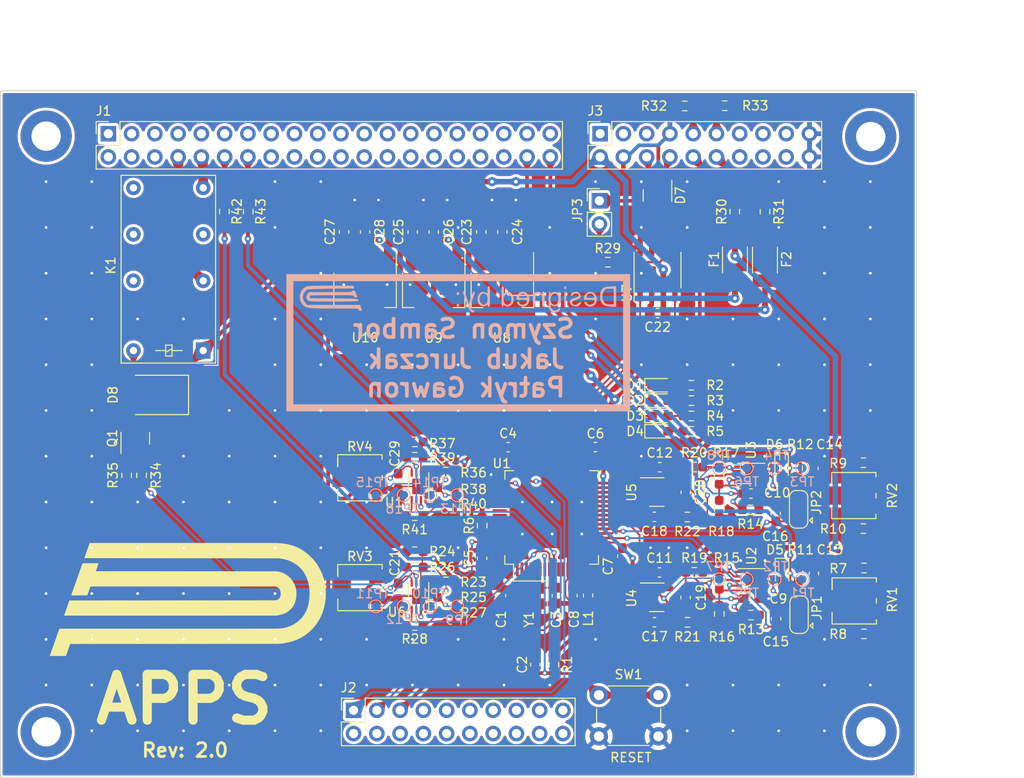
<source format=kicad_pcb>
(kicad_pcb (version 20221018) (generator pcbnew)
  (title_block (title "Accelerator Pedal Position Sensor") (date "2023-05-02") (rev "2.0") (company "S. Sambor") (comment 1 "J. Jurczak") (comment 2 "P. Gawron") (comment 3 "I. Kajdan"))
  (layers (0 "F.Cu" signal) (31 "B.Cu" signal) (34 "B.Paste" user) (35 "F.Paste" user) (36 "B.SilkS" user "B.Silkscreen") (37 "F.SilkS" user "F.Silkscreen") (38 "B.Mask" user) (39 "F.Mask" user) (44 "Edge.Cuts" user))
  (net 0 "")
  (net 1 "GND")
  (net 2 "+3V3")
  (net 3 "VDDA")
  (net 4 "+24V")
  (net 5 "+5V")
  (net 6 "/XTAL1")
  (net 7 "/XTAL2")
  (net 8 "/DAC_REF1")
  (net 9 "/APPS1")
  (net 10 "Net-(C19-Pad1)")
  (net 11 "/APPS2")
  (net 12 "3V3_POT2")
  (net 13 "3V3_POT1")
  (net 14 "Net-(U4-+)")
  (net 15 "/LED3")
  (net 16 "/LED2")
  (net 17 "/LED1")
  (net 18 "Net-(U9-VO)")
  (net 19 "Net-(U5-+)")
  (net 20 "Net-(C20-Pad1)")
  (net 21 "Net-(U10-VO)")
  (net 22 "/DAC_REF2")
  (net 23 "Net-(D1-A)")
  (net 24 "Net-(D2-A)")
  (net 25 "Net-(D3-A)")
  (net 26 "SIG_APPS1")
  (net 27 "SIG_APPS2")
  (net 28 "Net-(D4-A)")
  (net 29 "CAN-")
  (net 30 "Net-(D8-A)")
  (net 35 "CAN+")
  (net 37 "SAFETY_IN")
  (net 42 "SAFETY_OUT")
  (net 44 "BRK_PRESS_LEFT")
  (net 67 "SWD")
  (net 69 "CLK")
  (net 71 "NRST")
  (net 95 "Net-(J3-Pin_12)")
  (net 96 "Net-(J3-Pin_11)")
  (net 97 "Net-(J3-Pin_10)")
  (net 102 "/EN_RELAY")
  (net 103 "Net-(J3-Pin_9)")
  (net 106 "Net-(JP2-C)")
  (net 107 "Net-(JP1-C)")
  (net 108 "Net-(Q1-G)")
  (net 109 "Net-(U1-PH3-BOOT)")
  (net 110 "Net-(JP3-Pad2)")
  (net 111 "Net-(R7-Pad2)")
  (net 112 "Net-(R8-Pad1)")
  (net 113 "Net-(R9-Pad2)")
  (net 114 "BRK_PRESS_RIGHT")
  (net 115 "Net-(R10-Pad1)")
  (net 116 "Net-(U2-EN)")
  (net 117 "Net-(U3-EN)")
  (net 118 "Net-(U2-FG)")
  (net 119 "Net-(R15-Pad2)")
  (net 143 "/CAN_RX")
  (net 144 "/LED4")
  (net 146 "/CAN_TX")
  (net 154 "Net-(U6A-+)")
  (net 155 "Net-(U6A--)")
  (net 159 "Net-(U3-FG)")
  (net 160 "Net-(R17-Pad2)")
  (net 161 "Net-(R24-Pad2)")
  (net 162 "Net-(U6B-+)")
  (net 163 "Net-(U6B--)")
  (net 164 "/BRK_PRESS1")
  (net 165 "Net-(U11A-+)")
  (net 166 "Net-(U11A--)")
  (net 167 "Net-(R37-Pad2)")
  (net 168 "Net-(U11B-+)")
  (net 169 "Net-(U11B--)")
  (net 170 "/BRK_PRESS2")
  (net 171 "Net-(J1-Pin_12)")
  (net 172 "Net-(J1-Pin_14)")
  (net 173 "Net-(JP1-B)")
  (net 174 "Net-(JP2-B)")
  (footprint "Logos:PUTM_LOGO_35mm" (layer "F.Cu") (at 118.558347 121.322129)
    (fp_text reference "G***" hide)
    (fp_text value "LOGO" hide)
  )
  (footprint "Resistor_SMD:R_0603_1608Metric_Pad0.98x0.95mm_HandSolder" (layer "F.Cu") (at 177.505 111.74 90)
    (fp_text reference "R18")
    (fp_text value "1k")
  )
  (footprint "Resistor_SMD:R_0603_1608Metric_Pad0.98x0.95mm_HandSolder" (layer "F.Cu") (at 174.03 112.64 180)
    (fp_text reference "R22")
    (fp_text value "4k7")
  )
  (footprint "Capacitor_SMD:C_0603_1608Metric_Pad1.08x0.95mm_HandSolder" (layer "F.Cu") (at 173.835 121.43 -90)
    (fp_text reference "C19")
    (fp_text value "100n")
  )
  (footprint "Resistor_SMD:R_0603_1608Metric_Pad0.98x0.95mm_HandSolder" (layer "F.Cu") (at 174.471 99.9232)
    (fp_text reference "R3")
    (fp_text value "300R")
  )
  (footprint "Potentiometer_SMD:Potentiometer_Bourns_3214J_Horizontal" (layer "F.Cu") (at 138.27 108.355)
    (fp_text reference "RV4")
    (fp_text value "2k")
  )
  (footprint "Resistor_SMD:R_0603_1608Metric_Pad0.98x0.95mm_HandSolder" (layer "F.Cu") (at 177.495 108.145 90)
    (fp_text reference "R17")
    (fp_text value "6k2")
  )
  (footprint "Resistor_SMD:R_0603_1608Metric_Pad0.98x0.95mm_HandSolder" (layer "F.Cu") (at 182.5022 79.2796 90)
    (fp_text reference "R31")
    (fp_text value "220R")
  )
  (footprint "Resistor_SMD:R_0603_1608Metric_Pad0.98x0.95mm_HandSolder" (layer "F.Cu") (at 114.4268 108.0896 -90)
    (fp_text reference "R34")
    (fp_text value "100R")
  )
  (footprint "Package_TO_SOT_SMD:SOT-23" (layer "F.Cu") (at 113.741 104.0288 90)
    (fp_text reference "Q1")
    (fp_text value "BSN20")
  )
  (footprint "Resistor_SMD:R_0603_1608Metric_Pad0.98x0.95mm_HandSolder" (layer "F.Cu") (at 186.07 107.31 90)
    (fp_text reference "R12")
    (fp_text value "100k")
  )
  (footprint "Resistor_SMD:R_0603_1608Metric_Pad0.98x0.95mm_HandSolder" (layer "F.Cu") (at 147.68 111.135)
    (fp_text reference "R40")
    (fp_text value "1k5")
  )
  (footprint "Resistor_SMD:R_0603_1608Metric_Pad0.98x0.95mm_HandSolder" (layer "F.Cu") (at 112.8012 108.0896 -90)
    (fp_text reference "R35")
    (fp_text value "10k")
  )
  (footprint "Capacitor_SMD:C_0603_1608Metric_Pad1.08x0.95mm_HandSolder" (layer "F.Cu") (at 187.843733 118.81 90)
    (fp_text reference "C13")
    (fp_text value "10n")
  )
  (footprint "Capacitor_SMD:C_0603_1608Metric_Pad1.08x0.95mm_HandSolder" (layer "F.Cu") (at 170.985 118.695 180)
    (fp_text reference "C11")
    (fp_text value "100n")
  )
  (footprint "Capacitor_SMD:C_0603_1608Metric_Pad1.08x0.95mm_HandSolder" (layer "F.Cu") (at 136.5362 81.4958 90)
    (fp_text reference "C27")
    (fp_text value "100n")
  )
  (footprint "Capacitor_SMD:C_0603_1608Metric_Pad1.08x0.95mm_HandSolder" (layer "F.Cu") (at 161.475 121.215 -90)
    (fp_text reference "C8")
    (fp_text value "100n")
  )
  (footprint "Resistor_SMD:R_0603_1608Metric_Pad0.98x0.95mm_HandSolder" (layer "F.Cu") (at 165.3375 84.8)
    (fp_text reference "R29")
    (fp_text value "120R")
  )
  (footprint "Resistor_SMD:R_0603_1608Metric_Pad0.98x0.95mm_HandSolder" (layer "F.Cu") (at 151.6146 113.572 -90)
    (fp_text reference "R6")
    (fp_text value "10k")
  )
  (footprint "Resistor_SMD:R_0603_1608Metric_Pad0.98x0.95mm_HandSolder" (layer "F.Cu") (at 180.975 123.355)
    (fp_text reference "R13")
    (fp_text value "0R")
  )
  (footprint "Package_QFP:LQFP-64_10x10mm_P0.5mm" (layer "F.Cu") (at 159.207 112.687 90)
    (fp_text reference "U1")
    (fp_text value "STM32L4P5RET6")
  )
  (footprint "Package_TO_SOT_SMD:SOT-223-3_TabPin2" (layer "F.Cu") (at 153.8222 87.8458 -90)
    (fp_text reference "U8")
    (fp_text value "LM1117-3.3")
  )
  (footprint "Capacitor_SMD:C_0603_1608Metric_Pad1.08x0.95mm_HandSolder" (layer "F.Cu") (at 157.425 128.775 90)
    (fp_text reference "C2")
    (fp_text value "100n")
  )
  (footprint "Package_SO:SOIC-8_3.9x4.9mm_P1.27mm" (layer "F.Cu") (at 170.764 85.6614 90)
    (fp_text reference "U7")
    (fp_text value "MCP2562-H-SN")
  )
  (footprint "Capacitor_SMD:C_0603_1608Metric_Pad1.08x0.95mm_HandSolder" (layer "F.Cu") (at 146.3292 81.4958 90)
    (fp_text reference "C26")
    (fp_text value "100n")
  )
  (footprint "LED_SMD:LED_0603_1608Metric_Pad1.05x0.95mm_HandSolder" (layer "F.Cu") (at 171.042 103.2748)
    (fp_text reference "D4")
    (fp_text value "Yellow")
  )
  (footprint "Capacitor_SMD:C_0603_1608Metric_Pad1.08x0.95mm_HandSolder" (layer "F.Cu") (at 171.005 107.205 180)
    (fp_text reference "C12")
    (fp_text value "100n")
  )
  (footprint "Resistor_SMD:R_0603_1608Metric_Pad0.98x0.95mm_HandSolder" (layer "F.Cu") (at 147.675 123.135)
    (fp_text reference "R27")
    (fp_text value "1k5")
  )
  (footprint "Resistor_SMD:R_0603_1608Metric_Pad0.98x0.95mm_HandSolder" (layer "F.Cu") (at 147.675 119.735)
    (fp_text reference "R23")
    (fp_text value "1k")
  )
  (footprint "Package_DFN_QFN:DFN-8-1EP_3x2mm_P0.5mm_EP1.7x1.4mm" (layer "F.Cu") (at 144.68 109.3 90)
    (fp_text reference "U11")
    (fp_text value "MCP6002-xMC")
  )
  (footprint "Resistor_SMD:R_0603_1608Metric_Pad0.98x0.95mm_HandSolder" (layer "F.Cu") (at 193.293733 125.41 180)
    (fp_text reference "R8")
    (fp_text value "33k")
  )
  (footprint "Package_TO_SOT_SMD:SOT-23-5" (layer "F.Cu") (at 170.68 109.915)
    (fp_text reference "U5")
    (fp_text value "MCP6001")
  )
  (footprint "Capacitor_SMD:C_0603_1608Metric_Pad1.08x0.95mm_HandSolder" (layer "F.Cu") (at 173.845 109.94 -90)
    (fp_text reference "C20")
    (fp_text value "100n")
  )
  (footprint "Package_DFN_QFN:DFN-8-1EP_3x2mm_P0.5mm_EP1.7x1.4mm" (layer "F.Cu") (at 144.675 121.305 90)
    (fp_text reference "U6")
    (fp_text value "MCP6002-xMC")
  )
  (footprint "Resistor_SMD:R_0603_1608Metric_Pad0.98x0.95mm_HandSolder" (layer "F.Cu") (at 126.075 79.265 90)
    (fp_text reference "R43")
    (fp_text value "0R")
  )
  (footprint "Capacitor_SMD:C_0603_1608Metric_Pad1.08x0.95mm_HandSolder" (layer "F.Cu") (at 151.6108 117.159 90)
    (fp_text reference "C5")
    (fp_text value "100n")
  )
  (footprint "Package_DFN_QFN:TDFN-8-1EP_3x2mm_P0.5mm_EP1.3x1.4mm" (layer "F.Cu") (at 180.99 107.88 180)
    (fp_text reference "U3")
    (fp_text value "MCP6N11-005\n")
  )
  (footprint "Resistor_SMD:R_0603_1608Metric_Pad0.98x0.95mm_HandSolder" (layer "F.Cu") (at 174.035 124.145 180)
    (fp_text reference "R21")
    (fp_text value "4k7")
  )
  (footprint "Capacitor_SMD:C_0603_1608Metric_Pad1.08x0.95mm_HandSolder" (layer "F.Cu") (at 170.435 124.135)
    (fp_text reference "C17")
    (fp_text value "100n")
  )
  (footprint "Jumper:SolderJumper-3_P1.3mm_Bridged12_RoundedPad1.0x1.5mm" (layer "F.Cu") (at 186.17 111.805 90)
    (fp_text reference "JP2")
    (fp_text value "POT/DAC")
  )
  (footprint "Potentiometer_SMD:Potentiometer_Bourns_3214J_Horizontal" (layer "F.Cu") (at 138.275 120.355)
    (fp_text reference "RV3")
    (fp_text value "2k")
  )
  (footprint "Resistor_SMD:R_0603_1608Metric_Pad0.98x0.95mm_HandSolder" (layer "F.Cu") (at 174.78 118.69 180)
    (fp_text reference "R19")
    (fp_text value "4k7")
  )
  (footprint "Capacitor_SMD:C_0603_1608Metric_Pad1.08x0.95mm_HandSolder" (layer "F.Cu") (at 142.455 120.755 -90)
    (fp_text reference "C21")
    (fp_text value "100n")
  )
  (footprint "Capacitor_SMD:C_0603_1608Metric_Pad1.08x0.95mm_HandSolder" (layer "F.Cu") (at 144.0292 81.4958 90)
    (fp_text reference "C25")
    (fp_text value "100n")
  )
  (footprint "Inductor_SMD:L_0603_1608Metric_Pad1.05x0.95mm_HandSolder" (layer "F.Cu") (at 163.185 121.215 90)
    (fp_text reference "L1")
    (fp_text value "10u")
  )
  (footprint "" (layer "F.Cu") (at 104.009 71.0272)
    (fp_text reference "")
    (fp_text value "")
  )
  (footprint "Connector_PinSocket_2.54mm:PinSocket_2x20_P2.54mm_Vertical" (layer "F.Cu") (at 110.8 70.76 90)
    (fp_text reference "J1")
    (fp_text value "Signals")
  )
  (footprint "Diode_SMD:D_0603_1608Metric_Pad1.05x0.95mm_HandSolder" (layer "F.Cu") (at 184.363733 118.815 -90)
    (fp_text reference "D5")
    (fp_text value "24V")
  )
  (footprint "Potentiometer_SMD:Potentiometer_Bourns_3214J_Horizontal" (layer "F.Cu") (at 192.243733 121.81)
    (fp_text reference "RV1")
    (fp_text value "1k")
  )
  (footprint "Crystal:Crystal_SMD_3225-4Pin_3.2x2.5mm" (layer "F.Cu") (at 156.725 121.279 180)
    (fp_text reference "Y1")
    (fp_text value "8MHz")
  )
  (footprint "Resistor_SMD:R_0603_1608Metric_Pad0.98x0.95mm_HandSolder" (layer "F.Cu") (at 144.265 116.435 180)
    (fp_text reference "R24")
    (fp_text value "10k")
  )
  (footprint "Diode_SMD:D_SMB" (layer "F.Cu") (at 115.9 99.3025 180)
    (fp_text reference "D8")
    (fp_text value "STPS340U")
  )
  (footprint "Package_TO_SOT_SMD:SOT-223-3_TabPin2" (layer "F.Cu") (at 138.8362 87.8458 -90)
    (fp_text reference "U10")
    (fp_text value "LM1117-3.3")
  )
  (footprint "Resistor_SMD:R_0603_1608Metric_Pad0.98x0.95mm_HandSolder" (layer "F.Cu") (at 177.513733 119.61 90)
    (fp_text reference "R15")
    (fp_text value "4k7")
  )
  (footprint "Resistor_SMD:R_0603_1608Metric_Pad0.98x0.95mm_HandSolder" (layer "F.Cu") (at 144.26 104.435 180)
    (fp_text reference "R37")
    (fp_text value "10k")
  )
  (footprint "Resistor_SMD:R_0603_1608Metric_Pad0.98x0.95mm_HandSolder" (layer "F.Cu") (at 174.775 107.185 180)
    (fp_text reference "R20")
    (fp_text value "4k7")
  )
  (footprint "Resistor_SMD:R_0603_1608Metric_Pad0.98x0.95mm_HandSolder" (layer "F.Cu") (at 144.255 124.495)
    (fp_text reference "R28")
    (fp_text value "2k2")
  )
  (footprint "Resistor_SMD:R_0603_1608Metric_Pad0.98x0.95mm_HandSolder" (layer "F.Cu") (at 147.675 121.435 180)
    (fp_text reference "R25")
    (fp_text value "2k")
  )
  (footprint "LED_SMD:LED_0603_1608Metric_Pad1.05x0.95mm_HandSolder" (layer "F.Cu") (at 171.042 99.9232)
    (fp_text reference "D2")
    (fp_text value "Yellow")
  )
  (footprint "Resistor_SMD:R_0603_1608Metric_Pad0.98x0.95mm_HandSolder" (layer "F.Cu") (at 193.245 106.71)
    (fp_text reference "R9")
    (fp_text value "10k")
  )
  (footprint "Resistor_SMD:R_0603_1608Metric_Pad0.98x0.95mm_HandSolder" (layer "F.Cu") (at 147.675 107.73)
    (fp_text reference "R36")
    (fp_text value "1k")
  )
  (footprint "Resistor_SMD:R_0603_1608Metric_Pad0.98x0.95mm_HandSolder" (layer "F.Cu") (at 177.51 123.23 90)
    (fp_text reference "R16")
    (fp_text value "1k")
  )
  (footprint "Resistor_SMD:R_0603_1608Metric_Pad0.98x0.95mm_HandSolder" (layer "F.Cu") (at 123.475 79.255 90)
    (fp_text reference "R42")
    (fp_text value "0R")
  )
  (footprint "MountingHole:MountingHole_3.2mm_M3_DIN965_Pad" (layer "F.Cu") (at 194.046008 71.073201)
    (fp_text reference "" hide)
    (fp_text value "MountingHole_3.2mm_M3_DIN965_Pad")
  )
  (footprint "Resistor_SMD:R_0603_1608Metric_Pad0.98x0.95mm_HandSolder" (layer "F.Cu") (at 159.45 128.78 90)
    (fp_text reference "R1")
    (fp_text value "10k")
  )
  (footprint "Package_TO_SOT_SMD:SOT-23-5" (layer "F.Cu") (at 170.685 121.415)
    (fp_text reference "U4")
    (fp_text value "MCP6001")
  )
  (footprint "Resistor_SMD:R_0603_1608Metric_Pad0.98x0.95mm_HandSolder" (layer "F.Cu") (at 144.26 106.115)
    (fp_text reference "R39")
    (fp_text value "2k")
  )
  (footprint "Jumper:SolderJumper-3_P1.3mm_Bridged12_RoundedPad1.0x1.5mm" (layer "F.Cu") (at 186.223733 123.31 90)
    (fp_text reference "JP1")
    (fp_text value "POT/DAC")
  )
  (footprint "Capacitor_SMD:C_0603_1608Metric_Pad1.08x0.95mm_HandSolder" (layer "F.Cu") (at 153.675 121.224 90)
    (fp_text reference "C1")
    (fp_text value "22p")
  )
  (footprint "Capacitor_SMD:C_0603_1608Metric_Pad1.08x0.95mm_HandSolder" (layer "F.Cu") (at 187.795 107.315 90)
    (fp_text reference "C14")
    (fp_text value "10n")
  )
  (footprint "" (layer "F.Cu") (at 194.085 136.1096)
    (fp_text reference "")
    (fp_text value "")
  )
  (footprint "Resistor_SMD:R_0603_1608Metric_Pad0.98x0.95mm_HandSolder" (layer "F.Cu") (at 193.303733 118.21)
    (fp_text reference "R7")
    (fp_text value "10k")
  )
  (footprint "Connector_PinSocket_2.54mm:PinSocket_2x10_P2.54mm_Vertical" (layer "F.Cu") (at 164.5 70.76 90)
    (fp_text reference "J3")
    (fp_text value "Power & CAN")
  )
  (footprint "Capacitor_SMD:C_0603_1608Metric_Pad1.08x0.95mm_HandSolder" (layer "F.Cu") (at 138.8362 81.4958 90)
    (fp_text reference "C28")
    (fp_text value "100n")
  )
  (footprint "Resistor_SMD:R_0603_1608Metric_Pad0.98x0.95mm_HandSolder" (layer "F.Cu") (at 180.92 111.86)
    (fp_text reference "R14")
    (fp_text value "0R")
  )
  (footprint "Diode_SMD:D_0603_1608Metric_Pad1.05x0.95mm_HandSolder" (layer "F.Cu") (at 184.315 107.31 -90)
    (fp_text reference "D6")
    (fp_text value "24V")
  )
  (footprint "Capacitor_SMD:C_0603_1608Metric_Pad1.08x0.95mm_HandSolder" (layer "F.Cu") (at 142.45 108.755 -90)
    (fp_text reference "C29")
    (fp_text value "100n")
  )
  (footprint "Capacitor_SMD:C_0603_1608Metric_Pad1.08x0.95mm_HandSolder" (layer "F.Cu") (at 170.42 112.625)
    (fp_text reference "C18")
    (fp_text value "100n")
  )
  (footprint "Fuse:Fuse_2010_5025Metric" (layer "F.Cu") (at 182.4988 84.5692 -90)
    (fp_text reference "F2")
    (fp_text value "500mA")
  )
  (footprint "Resistor_SMD:R_0603_1608Metric_Pad0.98x0.95mm_HandSolder" (layer "F.Cu") (at 147.675 109.44 180)
    (fp_text reference "R38")
    (fp_text value "2k")
  )
  (footprint "Package_TO_SOT_SMD:SOT-23" (layer "F.Cu") (at 170.764 77.508 -90)
    (fp_text reference "D7")
    (fp_text value "PESD2CAN.215")
  )
  (footprint "Resistor_SMD:R_0603_1608Metric_Pad0.98x0.95mm_HandSolder" (layer "F.Cu") (at 174.471 103.2748 180)
    (fp_text reference "R5")
    (fp_text value "300R")
  )
  (footprint "Resistor_SMD:R_0603_1608Metric_Pad0.98x0.95mm_HandSolder" (layer "F.Cu") (at 174.471 101.5996)
    (fp_text reference "R4")
    (fp_text value "300R")
  )
  (footprint "" (layer "F.Cu") (at 104.009 136.1096)
    (fp_text reference "")
    (fp_text value "")
  )
  (footprint "Resistor_SMD:R_0603_1608Metric_Pad0.98x0.95mm_HandSolder" (layer "F.Cu") (at 144.25 112.49)
    (fp_text reference "R41")
    (fp_text value "2k2")
  )
  (footprint "Button_Switch_THT:SW_PUSH_6mm" (layer "F.Cu") (at 170.8644 136.6032 180)
    (fp_text reference "SW1")
    (fp_text value "Reset")
  )
  (footprint "Connector_PinHeader_2.54mm:PinHeader_1x02_P2.54mm_Vertical" (layer "F.Cu") (at 164.4194 78.0872)
    (fp_text reference "JP3")
    (fp_text value "Terminator")
  )
  (footprint "Relay_THT:Relay_DPDT_Finder_30.22" (layer "F.Cu") (at 121.1615 94.4535 90)
    (fp_text reference "K1")
    (fp_text value "FINDER-30.22")
  )
  (footprint "Capacitor_SMD:C_0603_1608Metric_Pad1.08x0.95mm_HandSolder" (layer "F.Cu") (at 180.965 110.075)
    (fp_text reference "C10")
    (fp_text value "100n")
  )
  (footprint "Resistor_SMD:R_0603_1608Metric_Pad0.98x0.95mm_HandSolder" (layer "F.Cu") (at 144.265 118.115)
    (fp_text reference "R26")
    (fp_text value "2k")
  )
  (footprint "Resistor_SMD:R_0603_1608Metric_Pad0.98x0.95mm_HandSolder" (layer "F.Cu") (at 178.1027 67.7036 180)
    (fp_text reference "R33")
    (fp_text value "220R")
  )
  (footprint "Package_TO_SOT_SMD:SOT-223-3_TabPin2" (layer "F.Cu") (at 146.3292 87.8458 -90)
    (fp_text reference "U9")
    (fp_text value "LM1117-3.3")
  )
  (footprint "Capacitor_SMD:C_0603_1608Metric_Pad1.08x0.95mm_HandSolder" (layer "F.Cu") (at 151.5222 81.4958 90)
    (fp_text reference "C23")
    (fp_text value "100n")
  )
  (footprint "Capacitor_SMD:C_0603_1608Metric_Pad1.08x0.95mm_HandSolder" (layer "F.Cu") (at 159.775 121.224 -90)
    (fp_text reference "C3")
    (fp_text value "22p")
  )
  (footprint "Capacitor_SMD:C_0603_1608Metric_Pad1.08x0.95mm_HandSolder" (layer "F.Cu") (at 181.013733 121.56)
    (fp_text reference "C9")
    (fp_text value "100n")
  )
  (footprint "Resistor_SMD:R_0603_1608Metric_Pad0.98x0.95mm_HandSolder" (layer "F.Cu") (at 173.7377 67.729)
    (fp_text reference "R32")
    (fp_text value "0R")
  )
  (footprint "Resistor_SMD:R_0603_1608Metric_Pad0.98x0.95mm_HandSolder" (layer "F.Cu") (at 179.2022 79.2742 90)
    (fp_text reference "R30")
    (fp_text value "330R")
  )
  (footprint "Package_DFN_QFN:TDFN-8-1EP_3x2mm_P0.5mm_EP1.3x1.4mm" (layer "F.Cu") (at 181.035 119.385 180)
    (fp_text reference "U2")
    (fp_text value "MCP6N11-005\n")
  )
  (footprint "Capacitor_SMD:C_0603_1608Metric_Pad1.08x0.95mm_HandSolder" (layer "F.Cu") (at 154.4572 105.0122)
    (fp_text reference "C4")
    (fp_text value "100n")
  )
  (footprint "LED_SMD:LED_0603_1608Metric_Pad1.05x0.95mm_HandSolder" (layer "F.Cu") (at 171.042 98.2472)
    (fp_text reference "D1")
    (fp_text value "Yellow")
  )
  (footprint "Resistor_SMD:R_0603_1608Metric_Pad0.98x0.95mm_HandSolder" (layer "F.Cu") (at 174.471 98.2472 180)
    (fp_text reference "R2")
    (fp_text value "300R")
  )
  (footprint "Resistor_SMD:R_0603_1608Metric_Pad0.98x0.95mm_HandSolder" (layer "F.Cu") (at 186.133733 118.81 90)
    (fp_text reference "R11")
    (fp_text value "100k")
  )
  (footprint "Resistor_SMD:R_0603_1608Metric_Pad0.98x0.95mm_HandSolder" (layer "F.Cu") (at 193.238733 113.91 180)
    (fp_text reference "R10")
    (fp_text value "33k")
  )
  (footprint "Fuse:Fuse_2010_5025Metric" (layer "F.Cu") (at 179.2222 84.5438 -90)
    (fp_text reference "F1")
    (fp_text value "500mA")
  )
  (footprint "Capacitor_SMD:C_0603_1608Metric_Pad1.08x0.95mm_HandSolder" (layer "F.Cu") (at 170.774 90.359 180)
    (fp_text reference "C22")
    (fp_text value "100n")
  )
  (footprint "Capacitor_SMD:C_0603_1608Metric_Pad1.08x0.95mm_HandSolder" (layer "F.Cu") (at 183.715 123.755 90)
    (fp_text reference "C15")
    (fp_text value "10n")
  )
  (footprint "Capacitor_SMD:C_0603_1608Metric_Pad1.08x0.95mm_HandSolder" (layer "F.Cu") (at 163.9875 105 180)
    (fp_text reference "C6")
    (fp_text value "100n")
  )
  (footprint "Capacitor_SMD:C_0603_1608Metric_Pad1.08x0.95mm_HandSolder" (layer "F.Cu") (at 183.67 112.255 90)
    (fp_text reference "C16")
    (fp_text value "10n")
  )
  (footprint "Capacitor_SMD:C_0603_1608Metric_Pad1.08x0.95mm_HandSolder" (layer "F.Cu") (at 153.8222 81.4958 90)
    (fp_text reference "C24")
    (fp_text value "100n")
  )
  (footprint "Connector_PinSocket_2.54mm:PinSocket_2x10_P2.54mm_Vertical" (layer "F.Cu") (at 137.58 133.76 90)
    (fp_text reference "J2")
    (fp_text value "Diagnostics")
  )
  (footprint "Capacitor_SMD:C_0603_1608Metric_Pad1.08x0.95mm_HandSolder" (layer "F.Cu") (at 166.9286 116.9034 -90)
    (fp_text reference "C7")
    (fp_text value "100n")
  )
  (footprint "Potentiometer_SMD:Potentiometer_Bourns_3214J_Horizontal" (layer "F.Cu") (at 192.195 110.3)
    (fp_text reference "RV2")
    (fp_text value "1k")
  )
  (footprint "LED_SMD:LED_0603_1608Metric_Pad1.05x0.95mm_HandSolder" (layer "F.Cu") (at 171.042 101.5996)
    (fp_text reference "D3")
    (fp_text value "Yellow")
  )
  (footprint "Logos:SignatureBox37mm" (layer "B.Cu") (at 149.0356 93.5982 180)
    (fp_text reference "G***" hide)
    (fp_text value "LOGO" hide)
  )
  (footprint "TestPoint:TestPoint_Pad_D1.0mm" (layer "B.Cu") (at 183.55 107.3 180)
    (fp_text reference "TP4")
    (fp_text value "APPS_N")
  )
  (footprint "TestPoint:TestPoint_Pad_D1.0mm" (layer "B.Cu") (at 143.05 110.26 -90)
    (fp_text reference "TP16")
    (fp_text value "BR_OUT")
  )
  (footprint "TestPoint:TestPoint_Pad_D1.0mm" (layer "B.Cu") (at 145.95 110.26 -90)
    (fp_text reference "TP14")
    (fp_text value "BR_N")
  )
  (footprint "TestPoint:TestPoint_Pad_D1.0mm" (layer "B.Cu") (at 145.95 122.41 -90)
    (fp_text reference "TP10")
    (fp_text value "BR_N")
  )
  (footprint "TestPoint:TestPoint_Pad_D1.0mm" (layer "B.Cu") (at 186.55 119.45 180)
    (fp_text reference "TP1")
    (fp_text value "APPS_P")
  )
  (footprint "TestPoint:TestPoint_Pad_D1.0mm" (layer "B.Cu") (at 183.55 119.45 180)
    (fp_text reference "TP2")
    (fp_text value "APPS_N")
  )
  (footprint "TestPoint:TestPoint_Pad_D1.0mm" (layer "B.Cu") (at 140 122.41 -90)
    (fp_text reference "TP11")
    (fp_text value "BR_MID")
  )
  (footprint "TestPoint:TestPoint_Pad_D1.0mm" (layer "B.Cu") (at 177.5 119.45 180)
    (fp_text reference "TP7")
    (fp_text value "APPS_OUT")
  )
  (footprint "TestPoint:TestPoint_Pad_D1.0mm" (layer "B.Cu") (at 180.5 107.3 180)
    (fp_text reference "TP6")
    (fp_text value "APPS_MID")
  )
  (footprint "TestPoint:TestPoint_Pad_D1.0mm" (layer "B.Cu") (at 140 110.26 -90)
    (fp_text reference "TP15")
    (fp_text value "BR_MID")
  )
  (footprint "TestPoint:TestPoint_Pad_D1.0mm" (layer "B.Cu") (at 177.5 107.3 180)
    (fp_text reference "TP8")
    (fp_text value "APPS_OUT")
  )
  (footprint "TestPoint:TestPoint_Pad_D1.0mm" (layer "B.Cu") (at 180.5 119.45 180)
    (fp_text reference "TP5")
    (fp_text value "APPS_MID")
  )
  (footprint "TestPoint:TestPoint_Pad_D1.0mm" (layer "B.Cu") (at 148.9 110.26 -90)
    (fp_text reference "TP13")
    (fp_text value "BR_P")
  )
  (footprint "TestPoint:TestPoint_Pad_D1.0mm" (layer "B.Cu") (at 143.05 122.41 -90)
    (fp_text reference "TP12")
    (fp_text value "BR_OUT")
  )
  (footprint "TestPoint:TestPoint_Pad_D1.0mm" (layer "B.Cu") (at 148.9 122.41 -90)
    (fp_text reference "TP9")
    (fp_text value "BR_P")
  )
  (footprint "TestPoint:TestPoint_Pad_D1.0mm" (layer "B.Cu") (at 186.55 107.3 180)
    (fp_text reference "TP3")
    (fp_text value "APPS_P")
  )
  (gr_line (start 99.046008 66.073201) (end 99.046008 141.073201) (stroke (width 0.1)) (layer "Edge.Cuts"))
  (gr_line (start 199.046008 141.073201) (end 199.046008 66.073201) (stroke (width 0.1)) (layer "Edge.Cuts"))
  (gr_line (start 199.046008 66.073201) (end 99.046008 66.073201) (stroke (width 0.1)) (layer "Edge.Cuts"))
  (gr_line (start 99.046008 141.073201) (end 199.046008 141.073201) (stroke (width 0.1)) (layer "Edge.Cuts"))
  (gr_text "Szymon Sambor" (at 149.6076 92.0742) (layer "B.SilkS") (effects (font (size 2 2) (thickness 0.4)) (justify mirror)))
  (gr_text "Jakub Jurczak" (at 149.8776 95.3762) (layer "B.SilkS") (effects (font (size 2 2) (thickness 0.4)) (justify mirror)))
  (gr_text "Patryk Gawron" (at 149.8268 98.5004) (layer "B.SilkS") (effects (font (size 2 2) (thickness 0.4)) (justify mirror)))
  (gr_text "APPS" (at 119.0954 132.5764) (layer "F.SilkS") (effects (font (size 5 5) (thickness 1))))
  (gr_text "RESET" (at 165.5 139.5) (layer "F.SilkS") (effects (font (size 1 1)) (justify left bottom)))
  (gr_text "Rev: 2.0" (at 114.3 139) (layer "F.SilkS") (effects (font (size 1.5 1.5) (thickness 0.3) bold) (justify left bottom)))
  (segment (start 183.67 111.3925) (end 183.67 110.92) (width 0.2) (layer "F.Cu") (net 1))
  (segment (start 182.97 107.13) (end 182.4525 107.13) (width 0.2) (layer "F.Cu") (net 1))
  (segment (start 160.7 119.7) (end 160.7 121.3025) (width 0.2) (layer "F.Cu") (net 1))
  (segment (start 164.882 115.937) (end 165.722006 115.937) (width 0.2) (layer "F.Cu") (net 1))
  (segment (start 182.825 110.075) (end 181.8275 110.075) (width 0.2) (layer "F.Cu") (net 1))
  (segment (start 170.129 90.1415) (end 169.9115 90.359) (width 0.2) (layer "F.Cu") (net 1))
  (segment (start 183.15 118.5) (end 183.15 117.6) (width 0.2) (layer "F.Cu") (net 1))
  (segment (start 183.15 117.6) (end 182.95 117.4) (width 0.2) (layer "F.Cu") (net 1))
  (segment (start 160.957 119.443) (end 160.7 119.7) (width 0.2) (layer "F.Cu") (net 1))
  (segment (start 155.957 105.6495) (end 155.3197 105.0122) (width 0.2) (layer "F.Cu") (net 1))
  (segment (start 169.5425 109.915) (end 169.193604 109.915) (width 0.2) (layer "F.Cu") (net 1))
  (segment (start 180.24 107.13) (end 180.99 107.88) (width 0.2) (layer "F.Cu") (net 1))
  (segment (start 182.95 117.4) (end 182.5 117.4) (width 0.2) (layer "F.Cu") (net 1))
  (segment (start 169.193604 109.915) (end 168.25 110.858604) (width 0.2) (layer "F.Cu") (net 1))
  (segment (start 151.587 116.4727) (end 151.5605 116.4462) (width 0.2) (layer "F.Cu") (net 1))
  (segment (start 155.957 108.457) (end 156.936999 109.436999) (width 0.2) (layer "F.Cu") (net 1))
  (segment (start 182.95 106) (end 183.15 106.2) (width 0.2) (layer "F.Cu") (net 1))
  (segment (start 170.85 72.03) (end 172.12 70.76) (width 0.4) (layer "F.Cu") (net 1))
  (segment (start 179.5275 107.13) (end 180.24 107.13) (width 0.2) (layer "F.Cu") (net 1))
  (segment (start 160.7 121.3025) (end 161.475 122.0775) (width 0.2) (layer "F.Cu") (net 1))
  (segment (start 166.05 116.85) (end 165.8 117.1) (width 0.2) (layer "F.Cu") (net 1))
  (segment (start 164.882 115.937) (end 153.5809 115.937001) (width 0.2) (layer "F.Cu") (net 1))
  (segment (start 183.715 122.371875) (end 183.715 122.8925) (width 0.2) (layer "F.Cu") (net 1))
  (segment (start 165.8 117.55) (end 166.0159 117.7659) (width 0.2) (layer "F.Cu") (net 1))
  (segment (start 142.7675 109.3) (end 144.68 109.3) (width 0.15) (layer "F.Cu") (net 1))
  (segment (start 155.957 107.012) (end 155.957 108.457) (width 0.2) (layer "F.Cu") (net 1))
  (segment (start 142.455 121.6175) (end 142.7675 121.305) (width 0.15) (layer "F.Cu") (net 1))
  (segment (start 183.15 106.95) (end 182.97 107.13) (width 0.2) (layer "F.Cu") (net 1))
  (segment (start 183.15 106.2) (end 183.15 106.95) (width 0.2) (layer "F.Cu") (net 1))
  (segment (start 168.25 110.858604) (end 168.25 111.5) (width 0.2) (layer "F.Cu") (net 1))
  (segment (start 151.9703 115.937) (end 151.6108 116.2965) (width 0.2) (layer "F.Cu") (net 1))
  (segment (start 153.532 115.937) (end 151.9703 115.937) (width 0.2) (layer "F.Cu") (net 1))
  (segment (start 182.4525 106) (end 182.95 106) (width 0.2) (layer "F.Cu") (net 1))
  (segment (start 166.9286 117.7659) (end 166.7341 117.7659) (width 0.4) (layer "F.Cu") (net 1))
  (segment (start 179.5725 118.635) (end 180.285 118.635) (width 0.2) (layer "F.Cu") (net 1))
  (segment (start 182.903125 121.56) (end 183.715 122.371875) (width 0.2) (layer "F.Cu") (net 1))
  (segment (start 142.45 109.6175) (end 142.7675 109.3) (width 0.15) (layer "F.Cu") (net 1))
  (segment (start 142.7675 121.305) (end 144.675 121.305) (width 0.15) (layer "F.Cu") (net 1))
  (segment (start 170.129 88.1364) (end 170.129 90.1415) (width 0.2) (layer "F.Cu") (net 1))
  (segment (start 163.75 109.436999) (end 164.8331 109.436999) (width 0.2) (layer "F.Cu") (net 1))
  (segment (start 144.68 109.3) (end 145.43 110.05) (width 0.15) (layer "F.Cu") (net 1))
  (segment (start 166.0159 117.7659) (end 166.9286 117.7659) (width 0.2) (layer "F.Cu") (net 1))
  (segment (start 166.05 116.264994) (end 166.05 116.85) (width 0.2) (layer "F.Cu") (net 1))
  (segment (start 182.4975 118.635) (end 183.015 118.635) (width 0.2) (layer "F.Cu") (net 1))
  (segment (start 156.936999 109.436999) (end 163.75 109.436999) (width 0.2) (layer "F.Cu") (net 1))
  (segment (start 140.27 109.505) (end 142.3375 109.505) (width 0.15) (layer "F.Cu") (net 1))
  (segment (start 140.275 121.505) (end 142.3425 121.505) (width 0.15) (layer "F.Cu") (net 1))
  (segment (start 180.285 118.635) (end 181.035 119.385) (width 0.2) (layer "F.Cu") (net 1))
  (segment (start 166.7341 117.7659) (end 166.7 117.8) (width 0.4) (layer "F.Cu") (net 1))
  (segment (start 170.764 78.4455) (end 170.85 78.3595) (width 0.4) (layer "F.Cu") (net 1))
  (segment (start 142.3425 121.505) (end 142.455 121.6175) (width 0.15) (layer "F.Cu") (net 1))
  (segment (start 181.876233 121.56) (end 182.903125 121.56) (width 0.2) (layer "F.Cu") (net 1))
  (segment (start 165.722006 115.937) (end 166.05 116.264994) (width 0.2) (layer "F.Cu") (net 1))
  (segment (start 163.125 105) (end 163.75 105.625) (width 0.2) (layer "F.Cu") (net 1))
  (segment (start 145.425 122.755) (end 145.425 122.055) (width 0.15) (layer "F.Cu") (net 1))
  (segment (start 145.425 122.055) (end 144.675 121.305) (width 0.15) (layer "F.Cu") (net 1))
  (segment (start 160.957 118.362) (end 160.957 119.443) (width 0.2) (layer "F.Cu") (net 1))
  (segment (start 165.8 117.1) (end 165.8 117.55) (width 0.2) (layer "F.Cu") (net 1))
  (segment (start 170.85 78.3595) (end 170.85 72.03) (width 0.4) (layer "F.Cu") (net 1))
  (segment (start 183.015 118.635) (end 183.15 118.5) (width 0.2) (layer "F.Cu") (net 1))
  (segment (start 142.3375 109.505) (end 142.45 109.6175) (width 0.15) (layer "F.Cu") (net 1))
  (segment (start 160.957 118.362) (end 160.957 115.957) (width 0.2) (layer "F.Cu") (net 1))
  (segment (start 155.957 107.012) (end 155.957 105.6495) (width 0.2) (layer "F.Cu") (net 1))
  (segment (start 145.43 110.05) (end 145.43 110.75) (width 0.15) (layer "F.Cu") (net 1))
  (segment (start 163.75 105.625) (end 163.75 109.436999) (width 0.2) (layer "F.Cu") (net 1))
  (segment (start 183.67 110.92) (end 182.825 110.075) (width 0.2) (layer "F.Cu") (net 1))
  (via (at 109 96) (size 0.56) (drill 0.3) (layers "F.Cu" "B.Cu") (net 1))
  (via (at 134 121) (size 0.56) (drill 0.3) (layers "F.Cu" "B.Cu") (net 1))
  (via (at 134 116) (size 0.56) (drill 0.3) (layers "F.Cu" "B.Cu") (net 1))
  (via (at 148.75 87.25) (size 0.7) (drill 0.3) (layers "F.Cu" "B.Cu") (net 1))
  (via (at 182.825 110.075) (size 0.56) (drill 0.3) (layers "F.Cu" "B.Cu") (net 1))
  (via (at 124 101) (size 0.56) (drill 0.3) (layers "F.Cu" "B.Cu") (net 1))
  (via (at 109 106) (size 0.56) (drill 0.3) (layers "F.Cu" "B.Cu") (net 1))
  (via (at 104 131) (size 0.56) (drill 0.3) (layers "F.Cu" "B.Cu") (net 1))
  (via (at 104 81) (size 0.56) (drill 0.3) (layers "F.Cu" "B.Cu") (net 1))
  (via (at 169 86) (size 0.56) (drill 0.3) (layers "F.Cu" "B.Cu") (net 1))
  (via (at 129 111) (size 0.56) (drill 0.3) (layers "F.Cu" "B.Cu") (net 1))
  (via (at 124 126) (size 0.56) (drill 0.3) (layers "F.Cu" "B.Cu") (net 1))
  (via (at 164 101) (size 0.56) (drill 0.3) (layers "F.Cu" "B.Cu") (net 1))
  (via (at 179 101) (size 0.56) (drill 0.3) (layers "F.Cu" "B.Cu") (net 1))
  (via (at 149 96) (size 0.56) (drill 0.3) (layers "F.Cu" "B.Cu") (net 1))
  (via (at 109 91) (size 0.56) (drill 0.3) (layers "F.Cu" "B.Cu") (net 1))
  (via (at 104 101) (size 0.56) (drill 0.3) (layers "F.Cu" "B.Cu") (net 1))
  (via (at 179 131) (size 0.56) (drill 0.3) (layers "F.Cu" "B.Cu") (net 1))
  (via (at 104 76) (size 0.56) (drill 0.3) (layers "F.Cu" "B.Cu") (net 1))
  (via (at 172 116) (size 0.56) (drill 0.3) (layers "F.Cu" "B.Cu") (net 1))
  (via (at 109 101) (size 0.56) (drill 0.3) (layers "F.Cu" "B.Cu") (net 1))
  (via (at 194 86) (size 0.56) (drill 0.3) (layers "F.Cu" "B.Cu") (net 1))
  (via (at 124 116) (size 0.56) (drill 0.3) (layers "F.Cu" "B.Cu") (net 1))
  (via (at 189 96) (size 0.56) (drill 0.3) (layers "F.Cu" "B.Cu") (net 1))
  (via (at 152.6 108) (size 0.7) (drill 0.3) (layers "F.Cu" "B.Cu") (net 1))
  (via (at 114 131) (size 0.56) (drill 0.3) (layers "F.Cu" "B.Cu") (net 1))
  (via (at 169 76) (size 0.56) (drill 0.3) (layers "F.Cu" "B.Cu") (net 1))
  (via (at 194 91) (size 0.56) (drill 0.3) (layers "F.Cu" "B.Cu") (net 1))
  (via (at 129 126) (size 0.56) (drill 0.3) (layers "F.Cu" "B.Cu") (net 1))
  (via (at 149 106) (size 0.56) (drill 0.3) (layers "F.Cu" "B.Cu") (net 1))
  (via (at 159 101) (size 0.56) (drill 0.3) (layers "F.Cu" "B.Cu") (net 1))
  (via (at 189 136) (size 0.56) (drill 0.3) (layers "F.Cu" "B.Cu") (net 1))
  (via (at 129 131) (size 0.56) (drill 0.3) (layers "F.Cu" "B.Cu") (net 1))
  (via (at 169 106) (size 0.56) (drill 0.3) (layers "F.Cu" "B.Cu") (net 1))
  (via (at 174 116) (size 0.56) (drill 0.3) (layers "F.Cu" "B.Cu") (net 1))
  (via (at 184 76) (size 0.56) (drill 0.3) (layers "F.Cu" "B.Cu") (net 1))
  (via (at 119 136) (size 0.56) (drill 0.3) (layers "F.Cu" "B.Cu") (net 1))
  (via (at 156 111) (size 0.56) (drill 0.3) (layers "F.Cu" "B.Cu") (net 1))
  (via (at 109 111) (size 0.56) (drill 0.3) (layers "F.Cu" "B.Cu") (net 1))
  (via (at 154 96) (size 0.56) (drill 0.3) (layers "F.Cu" "B.Cu") (net 1))
  (via (at 189 106) (size 0.56) (drill 0.3) (layers "F.Cu" "B.Cu") (net 1))
  (via (at 159 96) (size 0.56) (drill 0.3) (layers "F.Cu" "B.Cu") (net 1))
  (via (at 194 101) (size 0.56) (drill 0.3) (layers "F.Cu" "B.Cu") (net 1))
  (via (at 182.5 117.4) (size 0.56) (drill 0.3) (layers "F.Cu" "B.Cu") (net 1))
  (via (at 134 111) (size 0.56) (drill 0.3) (layers "F.Cu" "B.Cu") (net 1))
  (via (at 149 116) (size 0.56) (drill 0.3) (layers "F.Cu" "B.Cu") (net 1))
  (via (at 147.8 78) (size 0.7) (drill 0.3) (layers "F.Cu" "B.Cu") (net 1))
  (via (at 139 111) (size 0.56) (drill 0.3) (layers "F.Cu" "B.Cu") (net 1))
  (via (at 182.4525 106) (size 0.56) (drill 0.3) (layers "F.Cu" "B.Cu") (net 1))
  (via (at 114 116) (size 0.56) (drill 0.3) (layers "F.Cu" "B.Cu") (net 1))
  (via (at 144 126) (size 0.56) (drill 0.3) (layers "F.Cu" "B.Cu") (net 1))
  (via (at 134 86) (size 0.56) (drill 0.3) (layers "F.Cu" "B.Cu") (net 1))
  (via (at 136.5 87.25) (size 0.7) (drill 0.3) (layers "F.Cu" "B.Cu") (net 1))
  (via (at 119 121) (size 0.56) (drill 0.3) (layers "F.Cu" "B.Cu") (net 1))
  (via (at 134 96) (size 0.56) (drill 0.3) (layers "F.Cu" "B.Cu") (net 1))
  (via (at 104 116) (size 0.56) (drill 0.3) (layers "F.Cu" "B.Cu") (net 1))
  (via (at 194 96) (size 0.56) (drill 0.3) (layers "F.Cu" "B.Cu") (net 1))
  (via (at 144 101) (size 0.56) (drill 0.3) (layers "F.Cu" "B.Cu") (net 1))
  (via (at 109 81) (size 0.56) (drill 0.3) (layers "F.Cu" "B.Cu") (net 1))
  (via (at 164 91) (size 0.56) (drill 0.3) (layers "F.Cu" "B.Cu") (net 1))
  (via (at 179 136) (size 0.56) (drill 0.3) (layers "F.Cu" "B.Cu") (net 1))
  (via (at 179.85 117.4) (size 0.56) (drill 0.3) (layers "F.Cu" "B.Cu") (net 1))
  (via (at 139 101) (size 0.56) (drill 0.3) (layers "F.Cu" "B.Cu") (net 1))
  (via (at 129 76) (size 0.56) (drill 0.3) (layers "F.Cu" "B.Cu") (net 1))
  (via (at 124 111) (size 0.56) (drill 0.3) (layers "F.Cu" "B.Cu") (net 1))
  (via (at 179 106) (size 0.56) (drill 0.3) (layers "F.Cu" "B.Cu") (net 1))
  (via (at 149 101) (size 0.56) (drill 0.3) (layers "F.Cu" "B.Cu") (net 1))
  (via (at 156 114.5) (size 0.56) (drill 0.3) (layers "F.Cu" "B.Cu") (net 1))
  (via (at 129 91) (size 0.56) (drill 0.3) (layers "F.Cu" "B.Cu") (net 1))
  (via (at 119 111) (size 0.56) (drill 0.3) (layers "F.Cu" "B.Cu") (net 1))
  (via (at 104 111) (size 0.56) (drill 0.3) (layers "F.Cu" "B.Cu") (net 1))
  (via (at 119 91) (size 0.56) (drill 0.3) (layers "F.Cu" "B.Cu") (net 1))
  (via (at 139 131) (size 0.56) (drill 0.3) (layers "F.Cu" "B.Cu") (net 1))
  (via (at 162.5 111) (size 0.56) (drill 0.3) (layers "F.Cu" "B.Cu") (net 1))
  (via (at 124 106) (size 0.56) (drill 0.3) (layers "F.Cu" "B.Cu") (net 1))
  (via (at 174 136) (size 0.56) (drill 0.3) (layers "F.Cu" "B.Cu") (net 1))
  (via (at 114 121) (size 0.56) (drill 0.3) (layers "F.Cu" "B.Cu") (net 1))
  (via (at 109 131) (size 0.56) (drill 0.3) (layers "F.Cu" "B.Cu") (net 1))
  (via (at 184 91) (size 0.56) (drill 0.3) (layers "F.Cu" "B.Cu") (net 1))
  (via (at 129 81) (size 0.56) (drill 0.3) (layers "F.Cu" "B.Cu") (net 1))
  (via (at 129 106) (size 0.56) (drill 0.3) (layers "F.Cu" "B.Cu") (net 1))
  (via (at 129 121) (size 0.56) (drill 0.3) (layers "F.Cu" "B.Cu") (net 1))
  (via (at 189 81) (size 0.56) (drill 0.3) (layers "F.Cu" "B.Cu") (net 1))
  (via (at 104 86) (size 0.56) (drill 0.3) (layers "F.Cu" "B.Cu") (net 1))
  (via (at 134 126) (size 0.56) (drill 0.3) (layers "F.Cu" "B.Cu") (net 1))
  (via (at 174 76) (size 0.56) (drill 0.3) (layers "F.Cu" "B.Cu") (net 1))
  (via (at 184 101) (size 0.56) (drill 0.3) (layers "F.Cu" "B.Cu") (net 1))
  (via (at 194 81) (size 0.56) (drill 0.3) (layers "F.Cu" "B.Cu") (net 1))
  (via (at 109 86) (size 0.56) (drill 0.3) (layers "F.Cu" "B.Cu") (net 1))
  (via (at 152.7 78) (size 0.7) (drill 0.3) (layers "F.Cu" "B.Cu") (net 1))
  (via (at 179 96) (size 0.56) (drill 0.3) (layers "F.Cu" "B.Cu") (net 1))
  (via (at 164 76) (size 0.56) (drill 0.3) (layers "F.Cu" "B.Cu") (net 1))
  (via (at 129 96) (size 0.56) (drill 0.3) (layers "F.Cu" "B.Cu") (net 1))
  (via (at 174 96) (size 0.56) (drill 0.3) (layers "F.Cu" "B.Cu") (net 1))
  (via (at 119 126) (size 0.56) (drill 0.3) (layers "F.Cu" "B.Cu") (net 1))
  (via (at 143.75 87.25) (size 0.7) (drill 0.3) (layers "F.Cu" "B.Cu") (net 1))
  (via (at 144 131) (size 0.56) (drill 0.3) (layers "F.Cu" "B.Cu") (net 1))
  (via (at 154 101) (size 0.56) (drill 0.3) (layers "F.Cu" "B.Cu") (net 1))
  (via (at 159 131) (size 0.56) (drill 0.3) (layers "F.Cu" "B.Cu") (net 1))
  (via (at 189 76) (size 0.56) (drill 0.3) (layers "F.Cu" "B.Cu") (net 1))
  (via (at 114 111) (size 0.56) (drill 0.3) (layers "F.Cu" "B.Cu") (net 1))
  (via (at 151.25 87.25) (size 0.7) (drill 0.3) (layers "F.Cu" "B.Cu") (net 1))
  (via (at 174 131) (size 0.56) (drill 0.3) (layers "F.Cu" "B.Cu") (net 1))
  (via (at 184 81) (size 0.56) (drill 0.3) (layers "F.Cu" "B.Cu") (net 1))
  (via (at 124 131) (size 0.56) (drill 0.3) (layers "F.Cu" "B.Cu") (net 1))
  (via (at 104 121) (size 0.56) (drill 0.3) (layers "F.Cu" "B.Cu") (net 1))
  (via (at 189 131) (size 0.56) (drill 0.3) (layers "F.Cu" "B.Cu") (net 1))
  (via (at 104 126) (size 0.56) (drill 0.3) (layers "F.Cu" "B.Cu") (net 1))
  (via (at 159 86) (size 0.56) (drill 0.3) (layers "F.Cu" "B.Cu") (net 1))
  (via (at 119 116) (size 0.56) (drill 0.3) (layers "F.Cu" "B.Cu") (net 1))
  (via (at 189 91) (size 0.56) (drill 0.3) (layers "F.Cu" "B.Cu") (net 1))
  (via (at 194 76) (size 0.56) (drill 0.3) (layers "F.Cu" "B.Cu") (net 1))
  (via (at 114 136) (size 0.56) (drill 0.3) (layers "F.Cu" "B.Cu") (net 1))
  (via (at 134 91) (size 0.56) (drill 0.3) (layers "F.Cu" "B.Cu") (net 1))
  (via (at 159.25 111) (size 0.56) (drill 0.3) (layers "F.Cu" "B.Cu") (net 1))
  (via (at 141.25 87.25) (size 0.7) (drill 0.3) (layers "F.Cu" "B.Cu") (net 1))
  (via (at 159.25 114.5) (size 0.56) (drill 0.3) (layers "F.Cu" "B.Cu") (net 1))
  (via (at 149 131) (size 0.56) (drill 0.3) (layers "F.Cu" "B.Cu") (net 1))
  (via (at 140.3 78) (size 0.7) (drill 0.3) (layers "F.Cu" "B.Cu") (net 1))
  (via (at 170 116) (size 0.56) (drill 0.3) (layers "F.Cu" "B.Cu") (net 1))
  (via (at 184 136) (size 0.56) (drill 0.3) (layers "F.Cu" "B.Cu") (net 1))
  (via (at 169 81) (size 0.56) (drill 0.3) (layers "F.Cu" "B.Cu") (net 1))
  (via (at 109 136) (size 0.56) (drill 0.3) (layers "F.Cu" "B.Cu") (net 1))
  (via (at 124 136) (size 0.56) (drill 0.3) (layers "F.Cu" "B.Cu") (net 1))
  (via (at 119 131) (size 0.56) (drill 0.3) (layers "F.Cu" "B.Cu") (net 1))
  (via (at 182.903125 121.56) (size 0.56) (drill 0.3) (layers "F.Cu" "B.Cu") (net 1))
  (via (at 119 106) (size 0.56) (drill 0.3) (layers "F.Cu" "B.Cu") (net 1))
  (via (at 139 116) (size 0.56) (drill 0.3) (layers "F.Cu" "B.Cu") (net 1))
  (via (at 139 126) (size 0.56) (drill 0.3) (layers "F.Cu" "B.Cu") (net 1))
  (via (at 129 116) (size 0.56) (drill 0.3) (layers "F.Cu" "B.Cu") (net 1))
  (via (at 109 116) (size 0.56) (drill 0.3) (layers "F.Cu" "B.Cu") (net 1))
  (via (at 124 121) (size 0.56) (drill 0.3) (layers "F.Cu" "B.Cu") (net 1))
  (via (at 164 126) (size 0.56) (drill 0.3) (layers "F.Cu" "B.Cu") (net 1))
  (via (at 104 96) (size 0.56) (drill 0.3) (layers "F.Cu" "B.Cu") (net 1))
  (via (at 139 96) (size 0.56) (drill 0.3) (layers "F.Cu" "B.Cu") (net 1))
  (via (at 134 131) (size 0.56) (drill 0.3) (layers "F.Cu" "B.Cu") (net 1))
  (via (at 137.7 78) (size 0.7) (drill 0.3) (layers "F.Cu" "B.Cu") (net 1))
  (via (at 109 121) (size 0.56) (drill 0.3) (layers "F.Cu" "B.Cu") (net 1))
  (via (at 144 96) (size 0.56) (drill 0.3) (layers "F.Cu" "B.Cu") (net 1))
  (via (at 169 96) (size 0.56) (drill 0.3) (layers "F.Cu" "B.Cu") (net 1))
  (via (at 162.5 114.5) (size 0.56) (drill 0.3) (layers "F.Cu" "B.Cu") (net 1))
  (via (at 194 131) (size 0.56) (drill 0.3) (layers "F.Cu" "B.Cu") (net 1))
  (via (at 134 101) (size 0.56) (drill 0.3) (layers "F.Cu" "B.Cu") (net 1))
  (via (at 154 131) (size 0.56) (drill 0.3) (layers "F.Cu" "B.Cu") (net 1))
  (via (at 114 126) (size 0.56) (drill 0.3) (layers "F.Cu" "B.Cu") (net 1))
  (via (at 154 126) (size 0.56) (drill 0.3) (layers "F.Cu" "B.Cu") (net 1))
  (via (at 164 86) (size 0.56) (drill 0.3) (layers "F.Cu" "B.Cu") (net 1))
  (via (at 129 136) (size 0.56) (drill 0.3) (layers "F.Cu" "B.Cu") (net 1))
  (via (at 179 91) (size 0.56) (drill 0.3) (layers "F.Cu" "B.Cu") (net 1))
  (via (at 104 91) (size 0.56) (drill 0.3) (layers "F.Cu" "B.Cu") (net 1))
  (via (at 104 106) (size 0.56) (drill 0.3) (layers "F.Cu" "B.Cu") (net 1))
  (via (at 184 96) (size 0.56) (drill 0.3) (layers "F.Cu" "B.Cu") (net 1))
  (via (at 114 91) (size 0.56) (drill 0.3) (layers "F.Cu" "B.Cu") (net 1))
  (via (at 149 81) (size 0.56) (drill 0.3) (layers "F.Cu" "B.Cu") (net 1))
  (via (at 189 101) (size 0.56) (drill 0.3) (layers "F.Cu" "B.Cu") (net 1))
  (via (at 159 81) (size 0.56) (drill 0.3) (layers "F.Cu" "B.Cu") (net 1))
  (via (at 174 91) (size 0.56) (drill 0.3) (layers "F.Cu" "B.Cu") (net 1))
  (via (at 155.3 78) (size 0.7) (drill 0.3) (layers "F.Cu" "B.Cu") (net 1))
  (via (at 134 76) (size 0.56) (drill 0.3) (layers "F.Cu" "B.Cu") (net 1))
  (via (at 145.2 78) (size 0.7) (drill 0.3) (layers "F.Cu" "B.Cu") (net 1))
  (via (at 129 101) (size 0.56) (drill 0.3) (layers "F.Cu" "B.Cu") (net 1))
  (via (at 189 86) (size 0.56) (drill 0.3) (layers "F.Cu" "B.Cu") (net 1))
  (via (at 134 136) (size 0.56) (drill 0.3) (layers "F.Cu" "B.Cu") (net 1))
  (via (at 109 76) (size 0.56) (drill 0.3) (layers "F.Cu" "B.Cu") (net 1))
  (via (at 134 106) (size 0.56) (drill 0.3) (layers "F.Cu" "B.Cu") (net 1))
  (via (at 149 126) (size 0.56) (drill 0.3) (layers "F.Cu" "B.Cu") (net 1))
  (via (at 109 126) (size 0.56) (drill 0.3) (layers "F.Cu" "B.Cu") (net 1))
  (via (at 184 131) (size 0.56) (drill 0.3) (layers "F.Cu" "B.Cu") (net 1))
  (via (at 174 81) (size 0.56) (drill 0.3) (layers "F.Cu" "B.Cu") (net 1))
  (via (at 189 126) (size 0.56) (drill 0.3) (layers "F.Cu" "B.Cu") (net 1))
  (segment (start 172.12 70.76) (end 170.855 72.025) (width 0.4) (layer "B.Cu") (net 1))
  (segment (start 167.45 73.3) (end 167.04 73.3) (width 0.4) (layer "B.Cu") (net 1))
  (segment (start 170.855 72.025) (end 168.725 72.025) (width 0.4) (layer "B.Cu") (net 1))
  (segment (start 182.5 117.4) (end 182.5 121.156875) (width 0.2) (layer "B.Cu") (net 1))
  (segment (start 168.725 72.025) (end 167.45 73.3) (width 0.4) (layer "B.Cu") (net 1))
  (segment (start 182.45 109.7) (end 182.825 110.075) (width 0.2) (layer "B.Cu") (net 1))
  (segment (start 182.45 106.0025) (end 182.45 109.7) (width 0.2) (layer "B.Cu") (net 1))
  (segment (start 182.4525 106) (end 182.45 106.0025) (width 0.2) (layer "B.Cu") (net 1))
  (segment (start 182.5 121.156875) (end 182.903125 121.56) (width 0.2) (layer "B.Cu") (net 1))
  (segment (start 175.3835 101.5996) (end 175.3835 99.9232) (width 0.4) (layer "F.Cu") (net 2))
  (segment (start 142.1075 107.8925) (end 142.45 107.8925) (width 0.15) (layer "F.Cu") (net 2))
  (segment (start 163.5 97.2) (end 157.2958 90.9958) (width 0.6) (layer "F.Cu") (net 2))
  (segment (start 155.457 118.362) (end 155.457 117.157) (width 0.2) (layer "F.Cu") (net 2))
  (segment (start 164.85 101.05) (end 164.85 105) (width 0.4) (layer "F.Cu") (net 2))
  (segment (start 166.1 99.8) (end 168.9 97) (width 0.4) (layer "F.Cu") (net 2))
  (segment (start 149.7215 118.0215) (end 151.6108 118.0215) (width 0.2) (layer "F.Cu") (net 2))
  (segment (start 154.737 116.437) (end 153.532 116.437) (width 0.2) (layer "F.Cu") (net 2))
  (segment (start 164.12 123.025) (end 164.225 123.025) (width 0.4) (layer "F.Cu") (net 2))
  (segment (start 153.8222 84.6958) (end 153.8222 90.9958) (width 0.6) (layer "F.Cu") (net 2))
  (segment (start 143.7 107.1) (end 143.93 107.33) (width 0.15) (layer "F.Cu") (net 2))
  (segment (start 143.65 119.1) (end 143.925 119.375) (width 0.15) (layer "F.Cu") (net 2))
  (segment (start 168.0377 117.15) (end 166.9286 116.0409) (width 0.2) (layer "F.Cu") (net 2))
  (segment (start 153.8222 90.9958) (end 151.2 93.618) (width 0.4) (layer "F.Cu") (net 2))
  (segment (start 151.2 93.618) (end 151.2 105.1) (width 0.4) (layer "F.Cu") (net 2))
  (segment (start 142.45 107.8925) (end 143.2425 107.1) (width 0.15) (layer "F.Cu") (net 2))
  (segment (start 175.3835 103.2748) (end 175.3835 101.5996) (width 0.4) (layer "F.Cu") (net 2))
  (segment (start 175.3835 98.2472) (end 175.3835 86.8835) (width 0.4) (layer "F.Cu") (net 2))
  (segment (start 175.3835 86.8835) (end 172.669 84.169) (width 0.4) (layer "F.Cu") (net 2))
  (segment (start 163.185 122.09) (end 164.12 123.025) (width 0.4) (layer "F.Cu") (net 2))
  (segment (start 164.075 123.175) (end 159.45 127.8) (width 0.4) (layer "F.Cu") (net 2))
  (segment (start 164.8331 108.8881) (end 164.882 108.937) (width 0.2) (layer "F.Cu") (net 2))
  (segment (start 164.85 108.15) (end 164.8331 108.1669) (width 0.4) (layer "F.Cu") (net 2))
  (segment (start 166.1 99.8) (end 164.85 101.05) (width 0.4) (layer "F.Cu") (net 2))
  (segment (start 142.455 119.8925) (end 143.2475 119.1) (width 0.15) (layer "F.Cu") (net 2))
  (segment (start 153.5947 105.0122) (end 154.4825 105.9) (width 0.2) (layer "F.Cu") (net 2))
  (segment (start 151.2 105.1) (end 149.7 106.6) (width 0.4) (layer "F.Cu") (net 2))
  (segment (start 142.1075 119.8925) (end 141.6 120.4) (width 0.15) (layer "F.Cu") (net 2))
  (segment (start 149.7 118) (end 149.7215 118.0215) (width 0.2) (layer "F.Cu") (net 2))
  (segment (start 143.2425 107.1) (end 143.7 107.1) (width 0.15) (layer "F.Cu") (net 2))
  (segment (start 153.8222 90.1826) (end 153.8222 90.9958) (width 0.6) (layer "F.Cu") (net 2))
  (segment (start 164.225 123.025) (end 164.075 123.175) (width 0.4) (layer "F.Cu") (net 2))
  (segment (start 142.455 119.8925) (end 142.1075 119.8925) (width 0.15) (layer "F.Cu") (net 2))
  (segment (start 153.5947 105.0122) (end 153.5825 105) (width 0.4) (layer "F.Cu") (net 2))
  (segment (start 154.4825 105.9) (end 155.2 105.9) (width 0.2) (layer "F.Cu") (net 2))
  (segment (start 175.3835 99.9232) (end 175.3835 98.2472) (width 0.4) (layer "F.Cu") (net 2))
  (segment (start 152.4 116.7) (end 152.4 117.2323) (width 0.2) (layer "F.Cu") (net 2))
  (segment (start 152.4 117.2323) (end 151.6108 118.0215) (width 0.2) (layer "F.Cu") (net 2))
  (segment (start 168.05 117.15) (end 168.05 119.2) (width 0.4) (layer "F.Cu") (net 2))
  (segment (start 172.669 84.169) (end 172.669 83.1864) (width 0.4) (layer "F.Cu") (net 2))
  (segment (start 166.3247 115.437) (end 164.882 115.437) (width 0.2) (layer "F.Cu") (net 2))
  (segment (start 151.3 105) (end 151.2 105.1) (width 0.4) (layer "F.Cu") (net 2))
  (segment (start 153.8222 84.6958) (end 153.8222 82.3583) (width 0.6) (layer "F.Cu") (net 2))
  (segment (start 168.05 117.15) (end 168.0377 117.15) (width 0.2) (layer "F.Cu") (net 2))
  (segment (start 143.93 107.33) (end 143.93 107.85) (width 0.15) (layer "F.Cu") (net 2))
  (segment (start 141.6 108.4) (end 142.1075 107.8925) (width 0.15) (layer "F.Cu") (net 2))
  (segment (start 155.457 106.157) (end 155.457 107.012) (width 0.2) (layer "F.Cu") (net 2))
  (segment (start 164.8331 108.1669) (end 164.8331 108.8881) (width 0.2) (layer "F.Cu") (net 2))
  (segment (start 155.2 105.9) (end 155.457 106.157) (width 0.2) (layer "F.Cu") (net 2))
  (segment (start 168.05 119.2) (end 164.225 123.025) (width 0.4) (layer "F.Cu") (net 2))
  (segment (start 164.85 105) (end 164.85 108.15) (width 0.4) (layer "F.Cu") (net 2))
  (segment (start 149.7 106.6) (end 149.7 118) (width 0.4) (layer "F.Cu") (net 2))
  (segment (start 166.9286 116.0409) (end 166.3247 115.437) (width 0.2) (layer "F.Cu") (net 2))
  (segment (start 153.5825 105) (end 151.3 105) (width 0.4) (layer "F.Cu") (net 2))
  (segment (start 157.2958 90.9958) (end 153.8222 90.9958) (width 0.6) (layer "F.Cu") (net 2))
  (segment (start 152.663 116.437) (end 152.4 116.7) (width 0.2) (layer "F.Cu") (net 2))
  (segment (start 168.9 97) (end 175.3835 97) (width 0.4) (layer "F.Cu") (net 2))
  (segment (start 153.532 116.437) (end 152.663 116.437) (width 0.2) (layer "F.Cu") (net 2))
  (segment (start 155.457 117.157) (end 154.737 116.437) (width 0.2) (layer "F.Cu") (net 2))
  (segment (start 143.925 119.375) (end 143.925 119.855) (width 0.15) (layer "F.Cu") (net 2))
  (segment (start 159.45 127.8) (end 159.45 127.8675) (width 0.4) (layer "F.Cu") (net 2))
  (segment (start 143.2475 119.1) (end 143.65 119.1) (width 0.15) (layer "F.Cu") (net 2))
  (via (at 141.6 120.4) (size 0.56) (drill 0.3) (layers "F.Cu" "B.Cu") (net 2))
  (via (at 166.1 99.8) (size 1) (drill 0.4) (layers "F.Cu" "B.Cu") (net 2))
  (via (at 164.8331 108.1669) (size 0.7) (drill 0.3) (layers "F.Cu" "B.Cu") (net 2))
  (via (at 163.5 97.2) (size 1) (drill 0.4) (layers "F.Cu" "B.Cu") (net 2))
  (via (at 149.7 106.6) (size 0.7) (drill 0.3) (layers "F.Cu" "B.Cu") (net 2))
  (via (at 149.7 118) (size 0.7) (drill 0.3) (layers "F.Cu" "B.Cu") (net 2))
  (via (at 168.05 117.15) (size 0.7) (drill 0.3) (layers "F.Cu" "B.Cu") (net 2))
  (via (at 141.6 108.4) (size 0.56) (drill 0.3) (layers "F.Cu" "B.Cu") (net 2))
  (segment (start 149.7 106.6) (end 149.68 106.58) (width 0.2) (layer "B.Cu") (net 2))
  (segment (start 144 118) (end 141.6 120.4) (width 0.2) (layer "B.Cu") (net 2))
  (segment (start 143.42 106.58) (end 141.6 108.4) (width 0.2) (layer "B.Cu") (net 2))
  (segment (start 149.7 118) (end 144 118) (width 0.2) (layer "B.Cu") (net 2))
  (segment (start 149.68 106.58) (end 143.42 106.58) (width 0.2) (layer "B.Cu") (net 2))
  (segment (start 166.1 99.8) (end 163.5 97.2) (width 0.6) (layer "B.Cu") (net 2))
  (segment (start 168.05 117.15) (end 164.8331 113.9331) (width 0.4) (layer "B.Cu") (net 2))
  (segment (start 164.8331 113.9331) (end 164.8331 108.1669) (width 0.4) (layer "B.Cu") (net 2))
  (segment (start 161.457 118.362) (end 161.457 120.3345) (width 0.2) (layer "F.Cu") (net 3))
  (segment (start 161.457 120.3345) (end 161.475 120.3525) (width 0.2) (layer "F.Cu") (net 3))
  (segment (start 163.185 120.34) (end 161.4875 120.34) (width 0.4) (layer "F.Cu") (net 3))
  (segment (start 161.4875 120.34) (end 161.475 120.3525) (width 0.4) (layer "F.Cu") (net 3))
  (segment (start 136.5362 82.3583) (end 136.5362 84.6958) (width 0.6) (layer "F.Cu") (net 5))
  (segment (start 136.805 110.62) (end 134.8 110.62) (width 0.4) (layer "F.Cu") (net 5))
  (segment (start 134.8 80.8) (end 134.8 78.95) (width 0.6) (layer "F.Cu") (net 5))
  (segment (start 150.25 76) (end 150.25 81.0861) (width 0.6) (layer "F.Cu") (net 5))
  (segment (start 135.52 122.3) (end 137.2 122.3) (width 0.4) (layer "F.Cu") (net 5))
  (segment (start 134.8417 82.3583) (end 134.8 82.4) (width 0.6) (layer "F.Cu") (net 5))
  (segment (start 171.4 85.6) (end 171.399 85.601) (width 0.6) (layer "F.Cu") (net 5))
  (segment (start 137.2 122.3) (end 140.295 119.205) (width 0.4) (layer "F.Cu") (net 5))
  (segment (start 171.399 85.601) (end 171.399 88.1364) (width 0.6) (layer "F.Cu") (net 5))
  (segment (start 137.75 76) (end 155.3 76) (width 0.6) (layer "F.Cu") (net 5))
  (segment (start 142.75 81.03955) (end 144.0292 82.31875) (width 0.6) (layer "F.Cu") (net 5))
  (segment (start 121.1615 94.4535) (end 134.8 80.815) (width 0.4) (layer "F.Cu") (net 5))
  (segment (start 171.399 88.1364) (end 171.399 90.1215) (width 0.6) (layer "F.Cu") (net 5))
  (segment (start 134.8 80.815) (end 134.8 80.8) (width 0.4) (layer "F.Cu") (net 5))
  (segment (start 134.8 110.62) (end 134.8 121.58) (width 0.4) (layer "F.Cu") (net 5))
  (segment (start 134.8 82.4) (end 134.8 110.62) (width 0.4) (layer "F.Cu") (net 5))
  (segment (start 140.22 107.205) (end 136.805 110.62) (width 0.4) (layer "F.Cu") (net 5))
  (segment (start 134.8 121.58) (end 135.52 122.3) (width 0.4) (layer "F.Cu") (net 5))
  (segment (start 136.5362 82.3583) (end 134.8417 82.3583) (width 0.6) (layer "F.Cu") (net 5))
  (segment (start 140.27 107.205) (end 140.22 107.205) (width 0.4) (layer "F.Cu") (net 5))
  (segment (start 144.0292 82.31875) (end 144.0292 82.3583) (width 0.6) (layer "F.Cu") (net 5))
  (segment (start 144.0292 82.3583) (end 144.0292 84.6958) (width 0.6) (layer "F.Cu") (net 5))
  (segment (start 118.05 97.565) (end 121.1615 94.4535) (width 0.4) (layer "F.Cu") (net 5))
  (segment (start 118.05 99.3025) (end 118.05 97.565) (width 0.4) (layer "F.Cu") (net 5))
  (segment (start 151.5222 82.3583) (end 151.5222 84.6958) (width 0.6) (layer "F.Cu") (net 5))
  (segment (start 150.25 81.0861) (end 151.5222 82.3583) (width 0.6) (layer "F.Cu") (net 5))
  (segment (start 134.8 78.95) (end 137.75 76) (width 0.6) (layer "F.Cu") (net 5))
  (segment (start 134.8 82.4) (end 134.8 80.8) (width 0.6) (layer "F.Cu") (net 5))
  (segment (start 142.75 76) (end 142.75 81.03955) (width 0.6) (layer "F.Cu") (net 5))
  (segment (start 140.295 119.205) (end 140.275 119.205) (width 0.4) (layer "F.Cu") (net 5))
  (segment (start 171.399 90.1215) (end 171.6365 90.359) (width 0.6) (layer "F.Cu") (net 5))
  (via (at 171.4 85.6) (size 1) (drill 0.4) (layers "F.Cu" "B.Cu") (net 5))
  (via (at 155.3 76) (size 1) (drill 0.4) (layers "F.Cu" "B.Cu") (net 5))
  (via (at 152.7 76) (size 1) (drill 0.4) (layers "F.Cu" "B.Cu") (net 5))
  (segment (start 161.5 76) (end 164.2 73.3) (width 0.6) (layer "B.Cu") (net 5))
  (segment (start 167.3 81.5) (end 167.3 76) (width 0.6) (layer "B.Cu") (net 5))
  (segment (start 167.3 76) (end 164.6 73.3) (width 0.6) (layer "B.Cu") (net 5))
  (segment (start 164.2 73.3) (end 164.5 73.3) (width 0.6) (layer "B.Cu") (net 5))
  (segment (start 171.4 85.6) (end 167.3 81.5) (width 0.6) (layer "B.Cu") (net 5))
  (segment (start 152.7 76) (end 161.5 76) (width 0.6) (layer "B.Cu") (net 5))
  (segment (start 164.6 73.3) (end 164.5 73.3) (width 0.6) (layer "B.Cu") (net 5))
  (segment (start 155.625 122.129) (end 153.6825 122.129) (width 0.2) (layer "F.Cu") (net 6))
  (segment (start 156.575 119.625) (end 156.575 121.179) (width 0.2) (layer "F.Cu") (net 6))
  (segment (start 156.575 121.179) (end 155.625 122.129) (width 0.2) (layer "F.Cu") (net 6))
  (segment (start 157.25 119.4) (end 156.8 119.4) (width 0.2) (layer "F.Cu") (net 6))
  (segment (start 157.457 118.362) (end 157.457 119.193) (width 0.2) (layer "F.Cu") (net 6))
  (segment (start 157.457 119.193) (end 157.25 119.4) (width 0.2) (layer "F.Cu") (net 6))
  (segment (start 156.8 119.4) (end 156.575 119.625) (width 0.2) (layer "F.Cu") (net 6))
  (segment (start 159.775 120.3615) (end 157.8925 120.3615) (width 0.2) (layer "F.Cu") (net 7))
  (segment (start 157.825 120.429) (end 157.957 120.297) (width 0.2) (layer "F.Cu") (net 7))
  (segment (start 157.8925 120.3615) (end 157.825 120.429) (width 0.2) (layer "F.Cu") (net 7))
  (segment (start 157.957 120.297) (end 157.957 118.362) (width 0.2) (layer "F.Cu") (net 7))
  (segment (start 167.45 114.95) (end 164.895 114.95) (width 0.2) (layer "F.Cu") (net 8))
  (segment (start 164.895 114.95) (end 164.882 114.937) (width 0.2) (layer "F.Cu") (net 8))
  (segment (start 183.7225 124.61) (end 183.715 124.6175) (width 0.2) (layer "F.Cu") (net 8))
  (segment (start 186.223733 124.61) (end 183.7225 124.61) (width 0.2) (layer "F.Cu") (net 8))
  (segment (start 182.6 124.6175) (end 183.715 124.6175) (width 0.2) (layer "F.Cu") (net 8))
  (via (at 167.45 114.95) (size 0.56) (drill 0.3) (layers "F.Cu" "B.Cu") (net 8))
  (via (at 182.6 124.6175) (size 0.56) (drill 0.3) (layers "F.Cu" "B.Cu") (net 8))
  (segment (start 182.6 123.05) (end 182.6 124.6175) (width 0.2) (layer "B.Cu") (net 8))
  (segment (start 174.5 114.95) (end 182.6 123.05) (width 0.2) (layer "B.Cu") (net 8))
  (segment (start 167.45 114.95) (end 174.5 114.95) (width 0.2) (layer "B.Cu") (net 8))
  (segment (start 171.895 122.2925) (end 171.8225 122.365) (width 0.2) (layer "F.Cu") (net 9))
  (segment (start 171.45 121.55) (end 171.8225 121.9225) (width 0.2) (layer "F.Cu") (net 9))
  (segment (start 171.8225 121.9225) (end 171.8225 122.365) (width 0.2) (layer "F.Cu") (net 9))
  (segment (start 168.8 119.7175) (end 168.8 114.6) (width 0.2) (layer "F.Cu") (net 9))
  (segment (start 169.5475 120.465) (end 168.8 119.7175) (width 0.2) (layer "F.Cu") (net 9))
  (segment (start 169.5475 120.465) (end 170.365 120.465) (width 0.2) (layer "F.Cu") (net 9))
  (segment (start 168.8 114.6) (end 167.137 112.937) (width 0.2) (layer "F.Cu") (net 9))
  (segment (start 170.365 120.465) (end 171.45 121.55) (width 0.2) (layer "F.Cu") (net 9))
  (segment (start 167.137 112.937) (end 164.882 112.937) (width 0.2) (layer "F.Cu") (net 9))
  (segment (start 173.835 122.2925) (end 171.895 122.2925) (width 0.2) (layer "F.Cu") (net 9))
  (via (at 171.45 121.55) (size 0.56) (drill 0.3) (layers "F.Cu" "B.Cu") (net 9))
  (segment (start 177.5 119.45) (end 177.37 119.32) (width 0.15) (layer "B.Cu") (net 9))
  (segment (start 173.68 119.32) (end 171.45 121.55) (width 0.15) (layer "B.Cu") (net 9))
  (segment (start 177.37 119.32) (end 173.68 119.32) (width 0.15) (layer "B.Cu") (net 9))
  (segment (start 174.9475 121.68) (end 173.835 120.5675) (width 0.2) (layer "F.Cu") (net 10))
  (segment (start 173.835 120.5675) (end 173.835 118.7225) (width 0.2) (layer "F.Cu") (net 10))
  (segment (start 174.9475 124.145) (end 174.9475 121.68) (width 0.2) (layer "F.Cu") (net 10))
  (segment (start 173.835 118.7225) (end 173.8675 118.69) (width 0.2) (layer "F.Cu") (net 10))
  (segment (start 171.88 110.8025) (end 171.8175 110.865) (width 0.2) (layer "F.Cu") (net 11))
  (segment (start 164.882 112.437) (end 166.075742 112.437) (width 0.2) (layer "F.Cu") (net 11))
  (segment (start 171.8175 110.865) (end 171.8175 110.4175) (width 0.2) (layer "F.Cu") (net 11))
  (segment (start 168.25 109.5) (end 168.785 108.965) (width 0.2) (layer "F.Cu") (net 11))
  (segment (start 174.025 113.234784) (end 174.025 110.9825) (width 0.15) (layer "F.Cu") (net 11))
  (segment (start 174.025 110.9825) (end 173.845 110.8025) (width 0.15) (layer "F.Cu") (net 11))
  (segment (start 176.2 113.2) (end 175.8 113.6) (width 0.15) (layer "F.Cu") (net 11))
  (segment (start 166.075742 112.437) (end 168.25 110.262742) (width 0.2) (layer "F.Cu") (net 11))
  (segment (start 176.2 110.270482) (end 176.2 113.2) (width 0.15) (layer "F.Cu") (net 11))
  (segment (start 168.25 110.262742) (end 168.25 109.5) (width 0.2) (layer "F.Cu") (net 11))
  (segment (start 176.200472 110.27001) (end 176.2 110.270482) (width 0.15) (layer "F.Cu") (net 11))
  (segment (start 175.8 113.6) (end 174.390216 113.6) (width 0.15) (layer "F.Cu") (net 11))
  (segment (start 168.785 108.965) (end 169.5425 108.965) (width 0.2) (layer "F.Cu") (net 11))
  (segment (start 171.8175 110.4175) (end 170.365 108.965) (width 0.2) (layer "F.Cu") (net 11))
  (segment (start 170.365 108.965) (end 169.5425 108.965) (width 0.2) (layer "F.Cu") (net 11))
  (segment (start 174.390216 113.6) (end 174.025 113.234784) (width 0.15) (layer "F.Cu") (net 11))
  (segment (start 173.845 110.8025) (end 171.88 110.8025) (width 0.2) (layer "F.Cu") (net 11))
  (via (at 176.200472 110.27001) (size 0.56) (drill 0.3) (layers "F.Cu" "B.Cu") (net 11))
  (segment (start 176.45 107.3) (end 177.5 107.3) (width 0.15) (layer "B.Cu") (net 11))
  (segment (start 175.5 108.25) (end 176.45 107.3) (width 0.15) (layer "B.Cu") (net 11))
  (segment (start 176.200472 110.27001) (end 175.5 109.569538) (width 0.15) (layer "B.Cu") (net 11))
  (segment (start 175.5 109.569538) (end 175.5 108.25) (width 0.15) (layer "B.Cu") (net 11))
  (segment (start 171.8675 107.205) (end 171.8675 108.915) (width 0.2) (layer "F.Cu") (net 12))
  (segment (start 182.5022 80.1921) (end 182.4988 80.1955) (width 0.6) (layer "F.Cu") (net 12))
  (segment (start 175.2 105.7) (end 174.9 106) (width 0.6) (layer "F.Cu") (net 12))
  (segment (start 178.84 107.97) (end 179 108.13) (width 0.2) (layer "F.Cu") (net 12))
  (segment (start 175.2 105.7) (end 176.5 104.4) (width 0.6) (layer "F.Cu") (net 12))
  (segment (start 192.3325 104.5) (end 192.3325 93.02) (width 0.6) (layer "F.Cu") (net 12))
  (segment (start 182.4988 80.1955) (end 182.4988 82.3192) (width 0.6) (layer "F.Cu") (net 12))
  (segment (start 192.3325 93.02) (end 182.4988 83.1863) (width 0.6) (layer "F.Cu") (net 12))
  (segment (start 176.1 108.5) (end 175.25 108.5) (width 0.2) (layer "F.Cu") (net 12))
  (segment (start 176.1 108.5) (end 176.46 108.14) (width 0.2) (layer "F.Cu") (net 12))
  (segment (start 174.775 108.025) (end 174.775 106.125) (width 0.2) (layer "F.Cu") (net 12))
  (segment (start 178.8 110.075) (end 180.1025 110.075) (width 0.2) (layer "F.Cu") (net 12))
  (segment (start 179 108.13) (end 179.5275 108.13) (width 0.2) (layer "F.Cu") (net 12))
  (segment (start 176.46 108.14) (end 178.09 108.14) (width 0.2) (layer "F.Cu") (net 12))
  (segment (start 178.09 108.14) (end 178.26 107.97) (width 0.2) (layer "F.Cu") (net 12))
  (segment (start 176.5 104.4) (end 192.2325 104.4) (width 0.6) (layer "F.Cu") (net 12))
  (segment (start 175.25 108.5) (end 174.775 108.025) (width 0.2) (layer "F.Cu") (net 12))
  (segment (start 180.1025 110.13) (end 180.1025 110.075) (width 0.2) (layer "F.Cu") (net 12))
  (segment (start 192.3325 106.71) (end 192.3325 104.5) (width 0.6) (layer "F.Cu") (net 12))
  (segment (start 174.9 106) (end 173.0725 106) (width 0.6) (layer "F.Cu") (net 12))
  (segment (start 173.0725 106) (end 171.8675 107.205) (width 0.6) (layer "F.Cu") (net 12))
  (segment (start 181.8325 111.86) (end 180.1025 110.13) (width 0.2) (layer "F.Cu") (net 12))
  (segment (start 178.26 107.97) (end 178.84 107.97) (width 0.2) (layer "F.Cu") (net 12))
  (segment (start 182.4988 83.1863) (end 182.4988 82.3192) (width 0.6) (layer "F.Cu") (net 12))
  (segment (start 174.775 106.125) (end 175.2 105.7) (width 0.2) (layer "F.Cu") (net 12))
  (segment (start 171.8675 108.915) (end 171.8175 108.965) (width 0.2) (layer "F.Cu") (net 12))
  (via (at 176.1 108.5) (size 0.56) (drill 0.3) (layers "F.Cu" "B.Cu") (net 12))
  (via (at 178.8 110.075) (size 0.56) (drill 0.3) (layers "F.Cu" "B.Cu") (net 12))
  (segment (start 176.825 110.075) (end 178.8 110.075) (width 0.2) (layer "B.Cu") (net 12))
  (segment (start 176.1 109.35) (end 176.825 110.075) (width 0.2) (layer "B.Cu") (net 12))
  (segment (start 176.1 108.5) (end 176.1 109.35) (width 0.2) (layer "B.Cu") (net 12))
  (segment (start 174.7825 117.5) (end 173.0425 117.5) (width 0.6) (layer "F.Cu") (net 13))
  (segment (start 176.7705 119.5045) (end 178.865244 119.5045) (width 0.2) (layer "F.Cu") (net 13))
  (segment (start 171.8475 118.695) (end 171.8475 120.44) (width 0.2) (layer "F.Cu") (net 13))
  (segment (start 179.2222 82.2938) (end 179.2222 84.112) (width 0.6) (layer "F.Cu") (net 13))
  (segment (start 178.865244 119.5045) (end 178.995744 119.635) (width 0.2) (layer "F.Cu") (net 13))
  (segment (start 178.995744 119.635) (end 179.5725 119.635) (width 0.2) (layer "F.Cu") (net 13))
  (segment (start 180.151233 121.618733) (end 181.8875 123.355) (width 0.2) (layer "F.Cu") (net 13))
  (segment (start 176.4 119.875) (end 175.375 119.875) (width 0.2) (layer "F.Cu") (net 13))
  (segment (start 190.181233 116) (end 192.391233 118.21) (width 0.6) (layer "F.Cu") (net 13))
  (segment (start 179.2 79.8045) (end 179.2 82.2716) (width 0.6) (layer "F.Cu") (net 13))
  (segment (start 190.181233 116) (end 176.2825 116) (width 0.6) (layer "F.Cu") (net 13))
  (segment (start 180.151233 121.56) (end 180.151233 121.618733) (width 0.2) (layer "F.Cu") (net 13))
  (segment (start 174.7825 119.2825) (end 174.7825 117.5) (width 0.2) (layer "F.Cu") (net 13))
  (segment (start 176.2825 116) (end 174.7825 117.5) (width 0.6) (layer "F.Cu") (net 13))
  (segment (start 179.2 82.2716) (end 179.2222 82.2938) (width 0.6) (layer "F.Cu") (net 13))
  (segment (start 171.8475 120.44) (end 171.8225 120.465) (width 0.2) (layer "F.Cu") (net 13))
  (segment (start 180.151233 121.56) (end 178.8 121.56) (width 0.2) (layer "F.Cu") (net 13))
  (segment (start 173.0425 117.5) (end 171.8475 118.695) (width 0.6) (layer "F.Cu") (net 13))
  (segment (start 176.4 119.875) (end 176.7705 119.5045) (width 0.2) (layer "F.Cu") (net 13))
  (segment (start 175.375 119.875) (end 174.7825 119.2825) (width 0.2) (layer "F.Cu") (net 13))
  (via (at 179.2222 84.112) (size 1) (drill 0.4) (layers "F.Cu" "B.Cu") (net 13))
  (via (at 178.8 121.56) (size 0.56) (drill 0.3) (layers "F.Cu" "B.Cu") (net 13))
  (via (at 190.181233 116) (size 1) (drill 0.4) (layers "F.Cu" "B.Cu") (net 13))
  (via (at 176.4 119.875) (size 0.56) (drill 0.3) (layers "F.Cu" "B.Cu") (net 13))
  (segment (start 176.4 119.875) (end 176.4 121.0125) (width 0.2) (layer "B.Cu") (net 13))
  (segment (start 176.9475 121.56) (end 178.8 121.56) (width 0.2) (layer "B.Cu") (net 13))
  (segment (start 176.4 121.0125) (end 176.9475 121.56) (width 0.2) (layer "B.Cu") (net 13))
  (segment (start 190.181233 116) (end 190.181233 95.071033) (width 0.6) (layer "B.Cu") (net 13))
  (segment (start 190.181233 95.071033) (end 179.2222 84.112) (width 0.6) (layer "B.Cu") (net 13))
  (segment (start 172.1275 123.15) (end 169.5725 123.15) (width 0.2) (layer "F.Cu") (net 14))
  (segment (start 169.5725 124.135) (end 169.5725 123.25) (width 0.2) (layer "F.Cu") (net 14))
  (segment (start 169.5725 122.39) (end 169.5475 122.365) (width 0.2) (layer "F.Cu") (net 14))
  (segment (start 173.1225 124.145) (end 172.1275 123.15) (width 0.2) (layer "F.Cu") (net 14))
  (segment (start 169.5725 123.25) (end 169.5725 122.39) (width 0.2) (layer "F.Cu") (net 14))
  (segment (start 167.4 103.6) (end 169.4004 101.5996) (width 0.2) (layer "F.Cu") (net 15))
  (segment (start 167.4 109.981371) (end 167.4 103.6) (width 0.2) (layer "F.Cu") (net 15))
  (segment (start 165.944372 111.437) (end 167.4 109.981371) (width 0.2) (layer "F.Cu") (net 15))
  (segment (start 164.882 111.437) (end 165.944372 111.437) (width 0.2) (layer "F.Cu") (net 15))
  (segment (start 169.4004 101.5996) (end 170.167 101.5996) (width 0.2) (layer "F.Cu") (net 15))
  (segment (start 169.3268 99.9232) (end 170.167 99.9232) (width 0.2) (layer "F.Cu") (net 16))
  (segment (start 167 102.25) (end 169.3268 99.9232) (width 0.2) (layer "F.Cu") (net 16))
  (segment (start 164.882 110.937) (end 165.878686 110.937) (width 0.2) (layer "F.Cu") (net 16))
  (segment (start 167 109.815686) (end 167 102.25) (width 0.2) (layer "F.Cu") (net 16))
  (segment (start 165.878686 110.937) (end 167 109.815686) (width 0.2) (layer "F.Cu") (net 16))
  (segment (start 165.813 110.437) (end 164.882 110.437) (width 0.2) (layer "F.Cu") (net 17))
  (segment (start 166.6 100.9) (end 166.6 109.65) (width 0.2) (layer "F.Cu") (net 17))
  (segment (start 170.167 98.2472) (end 169.2528 98.2472) (width 0.2) (layer "F.Cu") (net 17))
  (segment (start 166.6 109.65) (end 165.813 110.437) (width 0.2) (layer "F.Cu") (net 17))
  (segment (start 169.2528 98.2472) (end 166.6 100.9) (width 0.2) (layer "F.Cu") (net 17))
  (segment (start 147.95 82.3583) (end 146.3292 82.3583) (width 0.6) (layer "F.Cu") (net 18))
  (segment (start 179.2222 88.75) (end 179.2222 86.7938) (width 0.6) (layer "F.Cu") (net 18))
  (segment (start 146.3292 84.6958) (end 146.3292 90.9958) (width 0.6) (layer "F.Cu") (net 18))
  (segment (start 146.3292 82.3583) (end 146.3292 84.6958) (width 0.6) (layer "F.Cu") (net 18))
  (via (at 147.95 82.3583) (size 0.7) (drill 0.3) (layers "F.Cu" "B.Cu") (net 18))
  (via (at 179.2222 88.75) (size 1) (drill 0.4) (layers "F.Cu" "B.Cu") (net 18))
  (segment (start 147.95 82.3583) (end 147.9583 82.3583) (width 0.6) (layer "B.Cu") (net 18))
  (segment (start 154.35 88.75) (end 179.2222 88.75) (width 0.6) (layer "B.Cu") (net 18))
  (segment (start 147.9583 82.3583) (end 154.35 88.75) (width 0.6) (layer "B.Cu") (net 18))
  (segment (start 173.1175 112.64) (end 172.1275 111.65) (width 0.15) (layer "F.Cu") (net 19))
  (segment (start 169.5575 110.88) (end 169.5425 110.865) (width 0.15) (layer "F.Cu") (net 19))
  (segment (start 172.1275 111.65) (end 169.5575 111.65) (width 0.15) (layer "F.Cu") (net 19))
  (segment (start 169.5575 112.625) (end 169.5575 110.88) (width 0.15) (layer "F.Cu") (net 19))
  (segment (start 174.9425 110.175) (end 174.9425 112.64) (width 0.2) (layer "F.Cu") (net 20))
  (segment (start 173.8625 107.185) (end 173.8625 109.06) (width 0.2) (layer "F.Cu") (net 20))
  (segment (start 173.8625 109.06) (end 173.845 109.0775) (width 0.2) (layer "F.Cu") (net 20))
  (segment (start 173.845 109.0775) (end 174.9425 110.175) (width 0.2) (layer "F.Cu") (net 20))
  (segment (start 138.8362 84.6958) (end 138.8362 90.9958) (width 0.6) (layer "F.Cu") (net 21))
  (segment (start 182.4988 90) (end 182.4988 86.8192) (width 0.6) (layer "F.Cu") (net 21))
  (segment (start 138.8362 82.3583) (end 138.8362 84.6958) (width 0.6) (layer "F.Cu") (net 21))
  (segment (start 140.3833 82.3583) (end 138.8362 82.3583) (width 0.6) (layer "F.Cu") (net 21))
  (segment (start 140.4 82.375) (end 140.3833 82.3583) (width 0.6) (layer "F.Cu") (net 21))
  (via (at 140.4 82.375) (size 0.7) (drill 0.3) (layers "F.Cu" "B.Cu") (net 21))
  (via (at 182.4988 90) (size 1) (drill 0.4) (layers "F.Cu" "B.Cu") (net 21))
  (segment (start 140.4 82.375) (end 148.025 90) (width 0.6) (layer "B.Cu") (net 21))
  (segment (start 148.025 90) (end 182.4988 90) (width 0.6) (layer "B.Cu") (net 21))
  (segment (start 183.5875 113.2) (end 183.67 113.1175) (width 0.2) (layer "F.Cu") (net 22))
  (segment (start 167 114.2) (end 166.05 114.2) (width 0.2) (layer "F.Cu") (net 22))
  (segment (start 182.7 113.2) (end 183.5875 113.2) (width 0.2) (layer "F.Cu") (net 22))
  (segment (start 186.1575 113.1175) (end 186.17 113.105) (width 0.2) (layer "F.Cu") (net 22))
  (segment (start 165.813 114.437) (end 164.882 114.437) (width 0.2) (layer "F.Cu") (net 22))
  (segment (start 183.67 113.1175) (end 186.1575 113.1175) (width 0.2) (layer "F.Cu") (net 22))
  (segment (start 166.05 114.2) (end 165.813 114.437) (width 0.2) (layer "F.Cu") (net 22))
  (via (at 182.7 113.2) (size 0.56) (drill 0.3) (layers "F.Cu" "B.Cu") (net 22))
  (via (at 167 114.2) (size 0.56) (drill 0.3) (layers "F.Cu" "B.Cu") (net 22))
  (segment (start 181.7 114.2) (end 182.7 113.2) (width 0.2) (layer "B.Cu") (net 22))
  (segment (start 167 114.2) (end 181.7 114.2) (width 0.2) (layer "B.Cu") (net 22))
  (segment (start 172.667 98.2472) (end 171.4599 98.2472) (width 0.2) (layer "F.Cu") (net 23))
  (segment (start 171.917 98.2472) (end 173.5585 98.2472) (width 0.2) (layer "F.Cu") (net 23))
  (segment (start 172.667 99.9232) (end 171.5768 99.9232) (width 0.2) (layer "F.Cu") (net 24))
  (segment (start 171.917 99.9232) (end 173.5585 99.9232) (width 0.2) (layer "F.Cu") (net 24))
  (segment (start 171.917 101.5996) (end 173.5585 101.5996) (width 0.2) (layer "F.Cu") (net 25))
  (segment (start 158.1 79.6522) (end 156.52 78.0722) (width 0.4) (layer "F.Cu") (net 26))
  (segment (start 163.5 95) (end 158.1 89.6) (width 0.4) (layer "F.Cu") (net 26))
  (segment (start 186.133733 119.7225) (end 185.25 119.7225) (width 0.2) (layer "F.Cu") (net 26))
  (segment (start 185.25 116.8295) (end 185.25 118.8) (width 0.2) (layer "F.Cu") (net 26))
  (segment (start 183.808733 119.135) (end 182.4975 119.135) (width 0.2) (layer "F.Cu") (net 26))
  (segment (start 158.1 89.6) (end 158.1 79.6522) (width 0.4) (layer "F.Cu") (net 26))
  (segment (start 156.52 78.0722) (end 156.52 73.3) (width 0.4) (layer "F.Cu") (net 26))
  (segment (start 184.363733 119.69) (end 183.808733 119.135) (width 0.2) (layer "F.Cu") (net 26))
  (segment (start 184.396233 119.7225) (end 184.363733 119.69) (width 0.2) (layer "F.Cu") (net 26))
  (segment (start 185.25 118.8) (end 185.25 119.7225) (width 0.2) (layer "F.Cu") (net 26))
  (segment (start 185.25 119.7225) (end 184.396233 119.7225) (width 0.2) (layer "F.Cu") (net 26))
  (via (at 163.5 95) (size 0.7) (drill 0.3) (layers "F.Cu" "B.Cu") (net 26))
  (via (at 185.25 116.8295) (size 0.7) (drill 0.3) (layers "F.Cu" "B.Cu") (net 26))
  (via (at 185.25 118.8) (size 0.56) (drill 0.3) (layers "F.Cu" "B.Cu") (net 26))
  (segment (start 186.55 119.45) (end 185.9 119.45) (width 0.15) (layer "B.Cu") (net 26))
  (segment (start 163.5 95) (end 175 106.5) (width 0.4) (layer "B.Cu") (net 26))
  (segment (start 175 106.5) (end 175 110.25) (width 0.4) (layer "B.Cu") (net 26))
  (segment (start 175 110.25) (end 176.75 112) (width 0.4) (layer "B.Cu") (net 26))
  (segment (start 182.715 112) (end 185.25 114.535) (width 0.4) (layer "B.Cu") (net 26))
  (segment (start 185.25 114.535) (end 185.25 116.8295) (width 0.4) (layer "B.Cu") (net 26))
  (segment (start 185.9 119.45) (end 185.25 118.8) (width 0.15) (layer "B.Cu") (net 26))
  (segment (start 176.75 112) (end 182.715 112) (width 0.4) (layer "B.Cu") (net 26))
  (segment (start 183.76 107.63) (end 182.4525 107.63) (width 0.2) (layer "F.Cu") (net 27))
  (segment (start 159.06 78.16) (end 159.06 73.3) (width 0.4) (layer "F.Cu") (net 27))
  (segment (start 163.5 92.8246) (end 160.4 89.7246) (width 0.4) (layer "F.Cu") (net 27))
  (segment (start 186.07 108.2225) (end 185.25 108.2225) (width 0.2) (layer "F.Cu") (net 27))
  (segment (start 184.315 108.185) (end 183.76 107.63) (width 0.2) (layer "F.Cu") (net 27))
  (segment (start 160.4 89.7246) (end 160.4 79.5) (width 0.4) (layer "F.Cu") (net 27))
  (segment (start 160.4 79.5) (end 159.06 78.16) (width 0.4) (layer "F.Cu") (net 27))
  (segment (start 163.5 92.825) (end 163.5 92.8246) (width 0.4) (layer "F.Cu") (net 27))
  (segment (start 185.2 107.3) (end 185.2 108.2225) (width 0.2) (layer "F.Cu") (net 27))
  (segment (start 184.3525 108.2225) (end 184.315 108.185) (width 0.2) (layer "F.Cu") (net 27))
  (segment (start 185.2 105.2795) (end 185.2 107.3) (width 0.2) (layer "F.Cu") (net 27))
  (segment (start 185.25 108.2225) (end 184.3525 108.2225) (width 0.2) (layer "F.Cu") (net 27))
  (via (at 185.2 105.2795) (size 0.7) (drill 0.3) (layers "F.Cu" "B.Cu") (net 27))
  (via (at 163.5 92.825) (size 0.7) (drill 0.3) (layers "F.Cu" "B.Cu") (net 27))
  (via (at 185.2 107.3) (size 0.56) (drill 0.3) (layers "F.Cu" "B.Cu") (net 27))
  (segment (start 175.9549 105.2795) (end 185.2 105.2795) (width 0.4) (layer "B.Cu") (net 27))
  (segment (start 163.5 92.825) (end 163.5004 92.825) (width 0.4) (layer "B.Cu") (net 27))
  (segment (start 163.5004 92.825) (end 175.9549 105.2795) (width 0.4) (layer "B.Cu") (net 27))
  (segment (start 186.55 107.3) (end 185.2 107.3) (width 0.15) (layer "B.Cu") (net 27))
  (segment (start 171.917 103.2748) (end 173.5585 103.2748) (width 0.2) (layer "F.Cu") (net 28))
  (segment (start 171.714 76.5705) (end 171.714 73.706) (width 0.4) (layer "F.Cu") (net 29))
  (segment (start 171.399 79.987) (end 171.399 83.1864) (width 0.4) (layer "F.Cu") (net 29))
  (segment (start 166.25 84.8) (end 171 84.8) (width 0.25) (layer "F.Cu") (net 29))
  (segment (start 171.714 73.706) (end 172.12 73.3) (width 0.4) (layer "F.Cu") (net 29))
  (segment (start 171 84.8) (end 171.399 84.401) (width 0.25) (layer "F.Cu") (net 29))
  (segment (start 171.714 79.672) (end 171.399 79.987) (width 0.4) (layer "F.Cu") (net 29))
  (segment (start 171.399 84.401) (end 171.399 83.1864) (width 0.25) (layer "F.Cu") (net 29))
  (segment (start 171.714 76.5705) (end 171.714 79.672) (width 0.4) (layer "F.Cu") (net 29))
  (segment (start 113.5415 94.4535) (end 113.5415 99.094) (width 0.4) (layer "F.Cu") (net 30))
  (segment (start 113.5415 99.094) (end 113.75 99.3025) (width 0.4) (layer "F.Cu") (net 30))
  (segment (start 113.75 99.3025) (end 113.75 103.0823) (width 0.4) (layer "F.Cu") (net 30))
  (segment (start 113.75 103.0823) (end 113.741 103.0913) (width 0.4) (layer "F.Cu") (net 30))
  (segment (start 164.4194 78.0872) (end 169.8012 78.0872) (width 0.4) (layer "F.Cu") (net 35))
  (segment (start 169.814 76.5705) (end 169.8 76.5565) (width 0.4) (layer "F.Cu") (net 35))
  (segment (start 170.129 83.1864) (end 170.129 80) (width 0.4) (layer "F.Cu") (net 35))
  (segment (start 169.814 79.685) (end 169.814 76.5705) (width 0.4) (layer "F.Cu") (net 35))
  (segment (start 169.8 73.52) (end 169.58 73.3) (width 0.4) (layer "F.Cu") (net 35))
  (segment (start 169.8 76.5565) (end 169.8 73.52) (width 0.4) (layer "F.Cu") (net 35))
  (segment (start 170.129 80) (end 169.814 79.685) (width 0.4) (layer "F.Cu") (net 35))
  (segment (start 118.42 73.3) (end 118.42 84.092) (width 1) (layer "F.Cu") (net 37))
  (segment (start 118.42 84.092) (end 121.1615 86.8335) (width 1) (layer "F.Cu") (net 37))
  (segment (start 121.1615 73.5015) (end 120.96 73.3) (width 1) (layer "F.Cu") (net 42))
  (segment (start 121.1615 76.6735) (end 121.1615 73.5015) (width 1) (layer "F.Cu") (net 42))
  (segment (start 148.5875 119.4875) (end 148.5875 119.735) (width 0.4) (layer "F.Cu") (net 44))
  (segment (start 123.5 82.23) (end 123.5 80.1925) (width 0.4) (layer "F.Cu") (net 44))
  (segment (start 123.5 80.1925) (end 123.475 80.1675) (width 0.4) (layer "F.Cu") (net 44))
  (segment (start 146.3 117.2) (end 148.5875 119.4875) (width 0.4) (layer "F.Cu") (net 44))
  (via (at 146.3 117.2) (size 0.7) (drill 0.3) (layers "F.Cu" "B.Cu") (net 44))
  (via (at 123.5 82.23) (size 0.7) (drill 0.3) (layers "F.Cu" "B.Cu") (net 44))
  (segment (start 123.5 97.1) (end 143.6 117.2) (width 0.4) (layer "B.Cu") (net 44))
  (segment (start 143.6 117.2) (end 146.3 117.2) (width 0.4) (layer "B.Cu") (net 44))
  (segment (start 123.5 82.23) (end 123.5 97.1) (width 0.4) (layer "B.Cu") (net 44))
  (segment (start 157.5 108.75) (end 157 108.75) (width 0.2) (layer "F.Cu") (net 67))
  (segment (start 157 108.75) (end 156.457 108.207) (width 0.2) (layer "F.Cu") (net 67))
  (segment (start 156.457 108.207) (end 156.457 107.012) (width 0.2) (layer "F.Cu") (net 67))
  (via (at 157.5 108.75) (size 0.56) (drill 0.3) (layers "F.Cu" "B.Cu") (net 67))
  (segment (start 157.5 108.75) (end 158.35 108.75) (width 0.2) (layer "B.Cu") (net 67))
  (segment (start 158.35 108.75) (end 160.6 111) (width 0.2) (layer "B.Cu") (net 67))
  (segment (start 139.54 131.8) (end 137.58 133.76) (width 0.2) (layer "B.Cu") (net 67))
  (segment (start 160.6 111) (end 160.6 130.4) (width 0.2) (layer "B.Cu") (net 67))
  (segment (start 160.6 130.4) (end 159.2 131.8) (width 0.2) (layer "B.Cu") (net 67))
  (segment (start 159.2 131.8) (end 139.54 131.8) (width 0.2) (layer "B.Cu") (net 67))
  (segment (start 155.25 108.937) (end 153.532 108.937) (width 0.2) (layer "F.Cu") (net 69))
  (segment (start 158.3955 125) (end 148.88 125) (width 0.2) (layer "F.Cu") (net 69))
  (segment (start 159.9715 123.424) (end 158.3955 125) (width 0.2) (layer "F.Cu") (net 69))
  (segment (start 148.88 125) (end 140.12 133.76) (width 0.2) (layer "F.Cu") (net 69))
  (via (at 159.9715 123.424) (size 0.56) (drill 0.3) (layers "F.Cu" "B.Cu") (net 69))
  (via (at 155.25 108.937) (size 0.56) (drill 0.3) (layers "F.Cu" "B.Cu") (net 69))
  (segment (start 160.2 123.1955) (end 159.9715 123.424) (width 0.2) (layer "B.Cu") (net 69))
  (segment (start 155.25 108.937) (end 160.2 113.887) (width 0.2) (layer "B.Cu") (net 69))
  (segment (start 160.2 113.887) (end 160.2 123.1955) (width 0.2) (layer "B.Cu") (net 69))
  (segment (start 146.7275 129.6925) (end 161.9537 129.6925) (width 0.4) (layer "F.Cu") (net 71))
  (segment (start 161.9537 129.6925) (end 164.3644 132.1032) (width 0.4) (layer "F.Cu") (net 71))
  (segment (start 158.457 116.949) (end 158.457 118.362) (width 0.2) (layer "F.Cu") (net 71))
  (segment (start 164.3644 132.1032) (end 170.8644 132.1032) (width 0.4) (layer "F.Cu") (net 71))
  (segment (start 142.66 133.76) (end 146.7275 129.6925) (width 0.4) (layer "F.Cu") (net 71))
  (segment (start 158.4325 116.9245) (end 158.457 116.949) (width 0.2) (layer "F.Cu") (net 71))
  (via (at 158.45 129.6925) (size 0.56) (drill 0.3) (layers "F.Cu" "B.Cu") (net 71))
  (via (at 158.4325 116.9245) (size 0.56) (drill 0.3) (layers "F.Cu" "B.Cu") (net 71))
  (segment (start 158.45 116.942) (end 158.45 129.6925) (width 0.2) (layer "B.Cu") (net 71))
  (segment (start 158.4325 116.9245) (end 158.45 116.942) (width 0.2) (layer "B.Cu") (net 71))
  (segment (start 182.5022 78.3671) (end 182.2671 78.3671) (width 0.6) (layer "F.Cu") (net 95))
  (segment (start 182.2671 78.3671) (end 177.2 73.3) (width 0.6) (layer "F.Cu") (net 95))
  (segment (start 177.1902 67.7036) (end 177.2 67.7134) (width 0.6) (layer "F.Cu") (net 96))
  (segment (start 177.2 67.7134) (end 177.2 70.76) (width 0.6) (layer "F.Cu") (net 96))
  (segment (start 174.66 73.4395) (end 174.66 73.3) (width 0.6) (layer "F.Cu") (net 97))
  (segment (start 179.2022 78.3617) (end 179.2022 77.9817) (width 0.6) (layer "F.Cu") (net 97))
  (segment (start 179.2022 77.9817) (end 174.66 73.4395) (width 0.6) (layer "F.Cu") (net 97))
  (segment (start 115.46235 110.03765) (end 114.4268 109.0021) (width 0.2) (layer "F.Cu") (net 102))
  (segment (start 150.5 115.354) (end 152.146 115.354) (width 0.2) (layer "F.Cu") (net 102))
  (segment (start 152.562999 114.937001) (end 153.5809 114.937001) (width 0.2) (layer "F.Cu") (net 102))
  (segment (start 152.146 115.354) (end 152.562999 114.937001) (width 0.2) (layer "F.Cu") (net 102))
  (via (at 150.5 115.354) (size 0.56) (drill 0.3) (layers "F.Cu" "B.Cu") (net 102))
  (via (at 115.46235 110.03765) (size 0.56) (drill 0.3) (layers "F.Cu" "B.Cu") (net 102))
  (segment (start 141.380466 120.93) (end 141.819534 120.93) (width 0.2) (layer "B.Cu") (net 102))
  (segment (start 150 119) (end 150.5 118.5) (width 0.2) (layer "B.Cu") (net 102))
  (segment (start 148.980017 118.57) (end 149.410017 119) (width 0.2) (layer "B.Cu") (net 102))
  (segment (start 150.5 118.5) (end 150.5 115.354) (width 0.2) (layer "B.Cu") (net 102))
  (segment (start 125.4247 120) (end 140.450466 120) (width 0.2) (layer "B.Cu") (net 102))
  (segment (start 144.179534 118.57) (end 148.980017 118.57) (width 0.2) (layer "B.Cu") (net 102))
  (segment (start 140.450466 120) (end 141.380466 120.93) (width 0.2) (layer "B.Cu") (net 102))
  (segment (start 115.46235 110.03765) (end 125.4247 120) (width 0.2) (layer "B.Cu") (net 102))
  (segment (start 141.819534 120.93) (end 144.179534 118.57) (width 0.2) (layer "B.Cu") (net 102))
  (segment (start 149.410017 119) (end 150 119) (width 0.2) (layer "B.Cu") (net 102))
  (segment (start 174.6502 67.729) (end 174.66 67.7388) (width 0.6) (layer "F.Cu") (net 103))
  (segment (start 174.66 67.7388) (end 174.66 70.76) (width 0.6) (layer "F.Cu") (net 103))
  (segment (start 183.35 109.2) (end 183.35 108.4) (width 0.2) (layer "F.Cu") (net 106))
  (segment (start 183.35 108.4) (end 183.08 108.13) (width 0.2) (layer "F.Cu") (net 106))
  (segment (start 184.75 110.6) (end 184.75 111.335) (width 0.2) (layer "F.Cu") (net 106))
  (segment (start 183.35 109.2) (end 184.75 110.6) (width 0.2) (layer "F.Cu") (net 106))
  (segment (start 183.08 108.13) (end 182.4525 108.13) (width 0.2) (layer "F.Cu") (net 106))
  (segment (start 184.75 111.335) (end 185.22 111.805) (width 0.2) (layer "F.Cu") (net 106))
  (segment (start 185.22 111.805) (end 186.17 111.805) (width 0.2) (layer "F.Cu") (net 106))
  (via (at 183.35 109.2) (size 0.56) (drill 0.3) (layers "F.Cu" "B.Cu") (net 106))
  (segment (start 183.35 107.5) (end 183.55 107.3) (width 0.15) (layer "B.Cu") (net 106))
  (segment (start 183.35 109.2) (end 183.35 107.5) (width 0.15) (layer "B.Cu") (net 106))
  (segment (start 183.4 120.7) (end 183.4 120.137348) (width 0.2) (layer "F.Cu") (net 107))
  (segment (start 186.223733 123.31) (end 185.31 123.31) (width 0.2) (layer "F.Cu") (net 107))
  (segment (start 183.4 120.137348) (end 182.897652 119.635) (width 0.2) (layer "F.Cu") (net 107))
  (segment (start 184.7 122) (end 183.4 120.7) (width 0.2) (layer "F.Cu") (net 107))
  (segment (start 185.31 123.31) (end 184.7 122.7) (width 0.2) (layer "F.Cu") (net 107))
  (segment (start 184.7 122.7) (end 184.7 122) (width 0.2) (layer "F.Cu") (net 107))
  (segment (start 182.897652 119.635) (end 182.4975 119.635) (width 0.2) (layer "F.Cu") (net 107))
  (via (at 183.4 120.7) (size 0.56) (drill 0.3) (layers "F.Cu" "B.Cu") (net 107))
  (segment (start 183.55 119.45) (end 183.4 119.6) (width 0.15) (layer "B.Cu") (net 107))
  (segment (start 183.4 119.6) (end 183.4 120.7) (width 0.15) (layer "B.Cu") (net 107))
  (segment (start 114.4268 107.1771) (end 112.8012 107.1771) (width 0.2) (layer "F.Cu") (net 108))
  (segment (start 112.791 107.1669) (end 112.8012 107.1771) (width 0.15) (layer "F.Cu") (net 108))
  (segment (start 112.791 104.9663) (end 112.791 107.1669) (width 0.2) (layer "F.Cu") (net 108))
  (segment (start 151.5905 114.4396) (end 151.593101 114.436999) (width 0.2) (layer "F.Cu") (net 109))
  (segment (start 151.593101 114.436999) (end 153.5809 114.436999) (width 0.2) (layer "F.Cu") (net 109))
  (segment (start 164.425 84.8) (end 164.425 80.6328) (width 0.25) (layer "F.Cu") (net 110))
  (segment (start 164.425 80.6328) (end 164.4194 80.6272) (width 0.25) (layer "F.Cu") (net 110))
  (segment (start 194.243733 120.66) (end 194.243733 118.2375) (width 0.6) (layer "F.Cu") (net 111))
  (segment (start 194.243733 118.2375) (end 194.216233 118.21) (width 0.6) (layer "F.Cu") (net 111))
  (segment (start 194.243733 122.96) (end 194.243733 125.3725) (width 0.6) (layer "F.Cu") (net 112))
  (segment (start 194.243733 125.3725) (end 194.206233 125.41) (width 0.6) (layer "F.Cu") (net 112))
  (segment (start 194.195 106.7475) (end 194.195 109.15) (width 0.6) (layer "F.Cu") (net 113))
  (segment (start 194.1575 106.71) (end 194.195 106.7475) (width 0.6) (layer "F.Cu") (net 113))
  (segment (start 126.04 80.2125) (end 126.075 80.1775) (width 0.4) (layer "F.Cu") (net 114))
  (segment (start 146.27875 105.42125) (end 148.5875 107.73) (width 0.4) (layer "F.Cu") (net 114))
  (segment (start 126.04 82.24) (end 126.04 80.2125) (width 0.4) (layer "F.Cu") (net 114))
  (via (at 126.04 82.24) (size 0.7) (drill 0.3) (layers "F.Cu" "B.Cu") (net 114))
  (via (at 146.27875 105.42125) (size 0.7) (drill 0.3) (layers "F.Cu" "B.Cu") (net 114))
  (segment (start 126.04 82.24) (end 126.04 85.1825) (width 0.4) (layer "B.Cu") (net 114))
  (segment (start 126.04 85.1825) (end 146.27875 105.42125) (width 0.4) (layer "B.Cu") (net 114))
  (segment (start 194.195 113.866233) (end 194.151233 113.91) (width 0.6) (layer "F.Cu") (net 115))
  (segment (start 194.195 111.45) (end 194.195 113.866233) (width 0.6) (layer "F.Cu") (net 115))
  (segment (start 178.6755 120.135) (end 178.625 120.0845) (width 0.2) (layer "F.Cu") (net 116))
  (segment (start 179.5725 120.135) (end 178.6755 120.135) (width 0.2) (layer "F.Cu") (net 116))
  (segment (start 179.145 122.4375) (end 180.0625 123.355) (width 0.2) (layer "F.Cu") (net 116))
  (segment (start 179.1375 122.4375) (end 179.145 122.4375) (width 0.2) (layer "F.Cu") (net 116))
  (via (at 179.1375 122.4375) (size 0.56) (drill 0.3) (layers "F.Cu" "B.Cu") (net 116))
  (via (at 178.625 120.0845) (size 0.56) (drill 0.3) (layers "F.Cu" "B.Cu") (net 116))
  (segment (start 178.625 120.625) (end 178.625 120.0845) (width 0.2) (layer "B.Cu") (net 116))
  (segment (start 178.98 120.98) (end 178.625 120.625) (width 0.2) (layer "B.Cu") (net 116))
  (segment (start 179.1375 122.4375) (end 179.65 121.925) (width 0.2) (layer "B.Cu") (net 116))
  (segment (start 179.65 121.925) (end 179.65 121.4) (width 0.2) (layer "B.Cu") (net 116))
  (segment (start 179.23 120.98) (end 178.98 120.98) (width 0.2) (layer "B.Cu") (net 116))
  (segment (start 179.65 121.4) (end 179.23 120.98) (width 0.2) (layer "B.Cu") (net 116))
  (segment (start 178.637995 108.63) (end 178.587495 108.5795) (width 0.2) (layer "F.Cu") (net 117))
  (segment (start 179 110.95) (end 179.91 111.86) (width 0.2) (layer "F.Cu") (net 117))
  (segment (start 179.5275 108.63) (end 178.637995 108.63) (width 0.2) (layer "F.Cu") (net 117))
  (segment (start 179.91 111.86) (end 180.0075 111.86) (width 0.2) (layer "F.Cu") (net 117))
  (via (at 178.587495 108.5795) (size 0.56) (drill 0.3) (layers "F.Cu" "B.Cu") (net 117))
  (via (at 179 110.95) (size 0.56) (drill 0.3) (layers "F.Cu" "B.Cu") (net 117))
  (segment (start 178.845 109.495) (end 178.587495 109.237495) (width 0.2) (layer "B.Cu") (net 117))
  (segment (start 179.55 109.85) (end 179.195 109.495) (width 0.2) (layer "B.Cu") (net 117))
  (segment (start 179.55 110.4) (end 179.55 109.85) (width 0.2) (layer "B.Cu") (net 117))
  (segment (start 179 110.95) (end 179.55 110.4) (width 0.2) (layer "B.Cu") (net 117))
  (segment (start 179.195 109.495) (end 178.845 109.495) (width 0.2) (layer "B.Cu") (net 117))
  (segment (start 178.587495 109.237495) (end 178.587495 108.5795) (width 0.2) (layer "B.Cu") (net 117))
  (segment (start 181.5105 120.6645) (end 177.655733 120.6645) (width 0.2) (layer "F.Cu") (net 118))
  (segment (start 182.04 120.135) (end 181.5105 120.6645) (width 0.2) (layer "F.Cu") (net 118))
  (segment (start 177.513733 122.313767) (end 177.51 122.3175) (width 0.2) (layer "F.Cu") (net 118))
  (segment (start 182.4975 120.135) (end 182.04 120.135) (width 0.2) (layer "F.Cu") (net 118))
  (segment (start 177.513733 120.5225) (end 177.513733 122.313767) (width 0.2) (layer "F.Cu") (net 118))
  (segment (start 177.655733 120.6645) (end 177.513733 120.5225) (width 0.2) (layer "F.Cu") (net 118))
  (segment (start 177.506233 118.69) (end 177.513733 118.6975) (width 0.2) (layer "F.Cu") (net 119))
  (segment (start 178.6 118.6975) (end 178.6775 118.6975) (width 0.2) (layer "F.Cu") (net 119))
  (segment (start 177.513733 118.6975) (end 178.6 118.6975) (width 0.2) (layer "F.Cu") (net 119))
  (segment (start 179.115 119.135) (end 179.5725 119.135) (width 0.2) (layer "F.Cu") (net 119))
  (segment (start 178.6 118.1) (end 178.6 118.6975) (width 0.15) (layer "F.Cu") (net 119))
  (segment (start 178.6775 118.6975) (end 179.115 119.135) (width 0.2) (layer "F.Cu") (net 119))
  (segment (start 175.6925 118.69) (end 177.506233 118.69) (width 0.2) (layer "F.Cu") (net 119))
  (via (at 178.6 118.1) (size 0.56) (drill 0.3) (layers "F.Cu" "B.Cu") (net 119))
  (segment (start 179.95 119.45) (end 180.5 119.45) (width 0.15) (layer "B.Cu") (net 119))
  (segment (start 178.6 118.1) (end 179.95 119.45) (width 0.15) (layer "B.Cu") (net 119))
  (segment (start 157.457 107.012) (end 157.457 106.171994) (width 0.2) (layer "F.Cu") (net 143))
  (segment (start 172.669 90.959994) (end 172.669 88.1364) (width 0.2) (layer "F.Cu") (net 143))
  (segment (start 157.457 106.171994) (end 172.669 90.959994) (width 0.2) (layer "F.Cu") (net 143))
  (segment (start 169.2252 103.2748) (end 170.167 103.2748) (width 0.2) (layer "F.Cu") (net 144))
  (segment (start 167.8 110.147056) (end 167.8 104.7) (width 0.2) (layer "F.Cu") (net 144))
  (segment (start 167.8 104.7) (end 169.2252 103.2748) (width 0.2) (layer "F.Cu") (net 144))
  (segment (start 164.882 111.937) (end 166.010056 111.937) (width 0.2) (layer "F.Cu") (net 144))
  (segment (start 166.010056 111.937) (end 167.8 110.147056) (width 0.2) (layer "F.Cu") (net 144))
  (segment (start 168.859 94.106471) (end 168.859 88.1364) (width 0.2) (layer "F.Cu") (net 146))
  (segment (start 156.956999 106.008472) (end 168.859 94.106471) (width 0.2) (layer "F.Cu") (net 146))
  (segment (start 156.956999 107.0609) (end 156.956999 106.008472) (width 0.2) (layer "F.Cu") (net 146))
  (segment (start 144.4205 119.1) (end 144.425 119.1045) (width 0.15) (layer "F.Cu") (net 154))
  (segment (start 144.425 119.1045) (end 144.425 119.855) (width 0.15) (layer "F.Cu") (net 154))
  (segment (start 144.4205 119.0955) (end 143.44 118.115) (width 0.15) (layer "F.Cu") (net 154))
  (segment (start 144.4205 119.1) (end 144.4205 119.0955) (width 0.15) (layer "F.Cu") (net 154))
  (segment (start 144.9295 123.542226) (end 144.925 123.537726) (width 0.15) (layer "F.Cu") (net 154))
  (segment (start 144.925 123.537726) (end 144.925 122.755) (width 0.15) (layer "F.Cu") (net 154))
  (via (at 144.4205 119.1) (size 0.56) (drill 0.3) (layers "F.Cu" "B.Cu") (net 154))
  (via (at 144.9295 123.542226) (size 0.56) (drill 0.3) (layers "F.Cu" "B.Cu") (net 154))
  (segment (start 140.799154 122.41) (end 142.009154 121.2) (width 0.15) (layer "B.Cu") (net 154))
  (segment (start 142.009154 121.2) (end 144.4205 121.2) (width 0.15) (layer "B.Cu") (net 154))
  (segment (start 140 122.41) (end 140.799154 122.41) (width 0.15) (layer "B.Cu") (net 154))
  (segment (start 144.4205 123.033226) (end 144.9295 123.542226) (width 0.15) (layer "B.Cu") (net 154))
  (segment (start 144.4205 121.2) (end 144.4205 123.033226) (width 0.15) (layer "B.Cu") (net 154))
  (segment (start 144.4205 119.1) (end 144.4205 121.2) (width 0.15) (layer "B.Cu") (net 154))
  (segment (start 146.85 123.135) (end 145.49 124.495) (width 0.15) (layer "F.Cu") (net 155))
  (segment (start 144.425 123.84) (end 144.425 122.755) (width 0.15) (layer "F.Cu") (net 155))
  (segment (start 145.49 124.495) (end 145.08 124.495) (width 0.15) (layer "F.Cu") (net 155))
  (segment (start 145.08 124.495) (end 144.425 123.84) (width 0.15) (layer "F.Cu") (net 155))
  (segment (start 181.8825 109.2) (end 177.6375 109.2) (width 0.2) (layer "F.Cu") (net 159))
  (segment (start 177.495 110.8175) (end 177.505 110.8275) (width 0.2) (layer "F.Cu") (net 159))
  (segment (start 182.4525 108.63) (end 181.8825 109.2) (width 0.2) (layer "F.Cu") (net 159))
  (segment (start 177.495 109.0575) (end 177.495 110.8175) (width 0.2) (layer "F.Cu") (net 159))
  (segment (start 177.6375 109.2) (end 177.495 109.0575) (width 0.2) (layer "F.Cu") (net 159))
  (segment (start 179.5275 107.63) (end 179.065686 107.63) (width 0.2) (layer "F.Cu") (net 160))
  (segment (start 179.065686 107.63) (end 178.668186 107.2325) (width 0.2) (layer "F.Cu") (net 160))
  (segment (start 175.6875 107.185) (end 177.4475 107.185) (width 0.2) (layer "F.Cu") (net 160))
  (segment (start 178.668186 107.2325) (end 177.495 107.2325) (width 0.2) (layer "F.Cu") (net 160))
  (segment (start 177.4475 107.185) (end 177.495 107.2325) (width 0.2) (layer "F.Cu") (net 160))
  (via (at 178.6 107.2325) (size 0.56) (drill 0.3) (layers "F.Cu" "B.Cu") (net 160))
  (segment (start 178.6675 107.3) (end 180.5 107.3) (width 0.15) (layer "B.Cu") (net 160))
  (segment (start 178.6 107.2325) (end 178.6675 107.3) (width 0.15) (layer "B.Cu") (net 160))
  (segment (start 136.275 120.355) (end 140.195 116.435) (width 0.15) (layer "F.Cu") (net 161))
  (segment (start 140.195 116.435) (end 143.44 116.435) (width 0.15) (layer "F.Cu") (net 161))
  (segment (start 145.425 119.375) (end 145.425 119.855) (width 0.15) (layer "F.Cu") (net 162))
  (segment (start 147.6 122.2) (end 147.5275 122.2) (width 0.15) (layer "F.Cu") (net 162))
  (segment (start 147.5275 122.2) (end 146.7625 121.435) (width 0.15) (layer "F.Cu") (net 162))
  (segment (start 146.215 119.1) (end 145.7 119.1) (width 0.15) (layer "F.Cu") (net 162))
  (segment (start 146.85 121.435) (end 146.85 119.735) (width 0.15) (layer "F.Cu") (net 162))
  (segment (start 145.7 119.1) (end 145.425 119.375) (width 0.15) (layer "F.Cu") (net 162))
  (segment (start 146.85 119.735) (end 146.215 119.1) (width 0.15) (layer "F.Cu") (net 162))
  (via (at 147.6 122.2) (size 0.56) (drill 0.3) (layers "F.Cu" "B.Cu") (net 162))
  (segment (start 148.9 122.41) (end 147.81 122.41) (width 0.15) (layer "B.Cu") (net 162))
  (segment (start 147.81 122.41) (end 147.6 122.2) (width 0.15) (layer "B.Cu") (net 162))
  (segment (start 145.09 118.115) (end 144.925 118.28) (width 0.15) (layer "F.Cu") (net 163))
  (segment (start 145.09 116.435) (end 145.09 118.115) (width 0.15) (layer "F.Cu") (net 163))
  (segment (start 147.68 119.510926) (end 146.284074 118.115) (width 0.15) (layer "F.Cu") (net 163))
  (segment (start 144.925 118.28) (end 144.925 119.855) (width 0.15) (layer "F.Cu") (net 163))
  (segment (start 147.68 120.7) (end 147.68 119.510926) (width 0.15) (layer "F.Cu") (net 163))
  (segment (start 146.284074 118.115) (end 145.1775 118.115) (width 0.15) (layer "F.Cu") (net 163))
  (via (at 147.68 120.7) (size 0.56) (drill 0.3) (layers "F.Cu" "B.Cu") (net 163))
  (segment (start 145.97 122.41) (end 145.95 122.41) (width 0.15) (layer "B.Cu") (net 163))
  (segment (start 147.68 120.7) (end 145.97 122.41) (width 0.15) (layer "B.Cu") (net 163))
  (segment (start 143.925 123.5) (end 143.5 123.5) (width 0.15) (layer "F.Cu") (net 164))
  (segment (start 158.9625 118.3565) (end 158.957 118.362) (width 0.2) (layer "F.Cu") (net 164))
  (segment (start 143.925 124) (end 143.925 123.5) (width 0.15) (layer "F.Cu") (net 164))
  (segment (start 158.095 116.395) (end 158.0955 116.3945) (width 0.2) (layer "F.Cu") (net 164))
  (segment (start 158.0955 116.3945) (end 158.652034 116.3945) (width 0.2) (layer "F.Cu") (net 164))
  (segment (start 157.25 116.75) (end 157.605 116.395) (width 0.2) (layer "F.Cu") (net 164))
  (segment (start 143.925 123.5) (end 143.925 122.755) (width 0.15) (layer "F.Cu") (net 164))
  (segment (start 143.43 124.495) (end 143.925 124) (width 0.15) (layer "F.Cu") (net 164))
  (segment (start 157.605 116.395) (end 158.095 116.395) (width 0.2) (layer "F.Cu") (net 164))
  (segment (start 158.9625 116.704966) (end 158.9625 118.3565) (width 0.2) (layer "F.Cu") (net 164))
  (segment (start 158.652034 116.3945) (end 158.9625 116.704966) (width 0.2) (layer "F.Cu") (net 164))
  (via (at 143.5 123.5) (size 0.56) (drill 0.3) (layers "F.Cu" "B.Cu") (net 164))
  (via (at 157.25 116.75) (size 0.56) (drill 0.3) (layers "F.Cu" "B.Cu") (net 164))
  (segment (start 143.05 122.41) (end 143.05 123.05) (width 0.15) (layer "B.Cu") (net 164))
  (segment (start 157.25 116.75) (end 149.9 124.1) (width 0.2) (layer "B.Cu") (net 164))
  (segment (start 149.9 124.1) (end 144.1 124.1) (width 0.2) (layer "B.Cu") (net 164))
  (segment (start 144.1 124.1) (end 143.5 123.5) (width 0.2) (layer "B.Cu") (net 164))
  (segment (start 143.05 123.05) (end 143.5 123.5) (width 0.15) (layer "B.Cu") (net 164))
  (segment (start 144.9345 111.55) (end 144.9345 110.7545) (width 0.15) (layer "F.Cu") (net 165))
  (segment (start 144.9345 110.7545) (end 144.93 110.75) (width 0.15) (layer "F.Cu") (net 165))
  (segment (start 144.43 107.11) (end 143.435 106.115) (width 0.15) (layer "F.Cu") (net 165))
  (segment (start 144.43 107.11) (end 144.43 107.85) (width 0.15) (layer "F.Cu") (net 165))
  (via (at 144.9345 111.55) (size 0.56) (drill 0.3) (layers "F.Cu" "B.Cu") (net 165))
  (via (at 144.43 107.11) (size 0.56) (drill 0.3) (layers "F.Cu" "B.Cu") (net 165))
  (segment (start 140 110.26) (end 140.65 110.26) (width 0.15) (layer "B.Cu") (net 165))
  (segment (start 141.91 109) (end 144.43 109) (width 0.15) (layer "B.Cu") (net 165))
  (segment (start 140.65 110.26) (end 141.91 109) (width 0.15) (layer "B.Cu") (net 165))
  (segment (start 144.9345 111.55) (end 144.43 111.0455) (width 0.15) (layer "B.Cu") (net 165))
  (segment (start 144.43 109) (end 144.43 107.11) (width 0.15) (layer "B.Cu") (net 165))
  (segment (start 144.43 111.0455) (end 144.43 109) (width 0.15) (layer "B.Cu") (net 165))
  (segment (start 145.5 112.49) (end 145.075 112.49) (width 0.15) (layer "F.Cu") (net 166))
  (segment (start 144.43 110.75) (end 144.43 111.845) (width 0.15) (layer "F.Cu") (net 166))
  (segment (start 146.855 111.135) (end 145.5 112.49) (width 0.15) (layer "F.Cu") (net 166))
  (segment (start 144.43 111.845) (end 145.075 112.49) (width 0.15) (layer "F.Cu") (net 166))
  (segment (start 140.19 104.435) (end 143.435 104.435) (width 0.15) (layer "F.Cu") (net 167))
  (segment (start 136.27 108.355) (end 140.19 104.435) (width 0.15) (layer "F.Cu") (net 167))
  (segment (start 145.7 107.1) (end 146.22 107.1) (width 0.15) (layer "F.Cu") (net 168))
  (segment (start 146.22 107.1) (end 146.85 107.73) (width 0.15) (layer "F.Cu") (net 168))
  (segment (start 147.5825 110.26) (end 146.7625 109.44) (width 0.15) (layer "F.Cu") (net 168))
  (segment (start 145.43 107.37) (end 145.7 107.1) (width 0.15) (layer "F.Cu") (net 168))
  (segment (start 145.43 107.85) (end 145.43 107.37) (width 0.15) (layer "F.Cu") (net 168))
  (segment (start 147.6 110.26) (end 147.5825 110.26) (width 0.15) (layer "F.Cu") (net 168))
  (segment (start 146.85 109.44) (end 146.85 107.73) (width 0.15) (layer "F.Cu") (net 168))
  (via (at 147.6 110.26) (size 0.56) (drill 0.3) (layers "F.Cu" "B.Cu") (net 168))
  (segment (start 147.6 110.26) (end 148.9 110.26) (width 0.15) (layer "B.Cu") (net 168))
  (segment (start 147.6327 107.458626) (end 146.289074 106.115) (width 0.15) (layer "F.Cu") (net 169))
  (segment (start 144.935 107.845) (end 144.935 106.265) (width 0.15) (layer "F.Cu") (net 169))
  (segment (start 144.93 107.85) (end 144.935 107.845) (width 0.15) (layer "F.Cu") (net 169))
  (segment (start 146.289074 106.115) (end 145.1725 106.115) (width 0.15) (layer "F.Cu") (net 169))
  (segment (start 147.6327 108.5673) (end 147.6327 107.458626) (width 0.15) (layer "F.Cu") (net 169))
  (segment (start 144.935 106.265) (end 145.085 106.115) (width 0.15) (layer "F.Cu") (net 169))
  (segment (start 145.085 104.435) (end 145.085 106.115) (width 0.15) (layer "F.Cu") (net 169))
  (via (at 147.6327 108.5673) (size 0.56) (drill 0.3) (layers "F.Cu" "B.Cu") (net 169))
  (segment (start 145.95 110.25) (end 145.95 110.26) (width 0.15) (layer "B.Cu") (net 169))
  (segment (start 147.6327 108.5673) (end 145.95 110.25) (width 0.15) (layer "B.Cu") (net 169))
  (segment (start 143.93 110.75) (end 143.93 111.45) (width 0.15) (layer "F.Cu") (net 170))
  (segment (start 143.4125 111.5125) (end 143.9175 111.5125) (width 0.15) (layer "F.Cu") (net 170))
  (segment (start 159.457 116.558827) (end 159.457 118.362) (width 0.2) (layer "F.Cu") (net 170))
  (segment (start 143.93 111.45) (end 143.93 111.985) (width 0.15) (layer "F.Cu") (net 170))
  (segment (start 143.93 111.985) (end 143.425 112.49) (width 0.15) (layer "F.Cu") (net 170))
  (segment (start 159.468112 116.547715) (end 159.457 116.558827) (width 0.2) (layer "F.Cu") (net 170))
  (via (at 159.468112 116.547715) (size 0.56) (drill 0.3) (layers "F.Cu" "B.Cu") (net 170))
  (via (at 143.4125 111.5125) (size 0.56) (drill 0.3) (layers "F.Cu" "B.Cu") (net 170))
  (segment (start 159.468112 116.526112) (end 155.022 112.08) (width 0.2) (layer "B.Cu") (net 170))
  (segment (start 155.022 112.08) (end 143.98 112.08) (width 0.2) (layer "B.Cu") (net 170))
  (segment (start 143.05 111.15) (end 143.4125 111.5125) (width 0.15) (layer "B.Cu") (net 170))
  (segment (start 159.468112 116.547715) (end 159.468112 116.526112) (width 0.2) (layer "B.Cu") (net 170))
  (segment (start 143.98 112.08) (end 143.4125 111.5125) (width 0.2) (layer "B.Cu") (net 170))
  (segment (start 143.05 110.26) (end 143.05 111.15) (width 0.15) (layer "B.Cu") (net 170))
  (segment (start 123.5 78.3175) (end 123.475 78.3425) (width 0.4) (layer "F.Cu") (net 171))
  (segment (start 123.5 73.3) (end 123.5 78.3175) (width 0.4) (layer "F.Cu") (net 171))
  (segment (start 126.04 73.3) (end 126.04 78.3175) (width 0.4) (layer "F.Cu") (net 172))
  (segment (start 126.04 78.3175) (end 126.075 78.3525) (width 0.4) (layer "F.Cu") (net 172))
  (segment (start 186.223733 122.01) (end 186.223733 121.2925) (width 0.2) (layer "F.Cu") (net 173))
  (segment (start 187.843733 119.6725) (end 188.106233 119.6725) (width 0.2) (layer "F.Cu") (net 173))
  (segment (start 186.223733 121.2925) (end 187.843733 119.6725) (width 0.2) (layer "F.Cu") (net 173))
  (segment (start 188.106233 119.6725) (end 190.243733 121.81) (width 0.2) (layer "F.Cu") (net 173))
  (segment (start 186.17 109.8025) (end 187.795 108.1775) (width 0.2) (layer "F.Cu") (net 174))
  (segment (start 190.195 110.3) (end 188.0725 108.1775) (width 0.2) (layer "F.Cu") (net 174))
  (segment (start 186.17 110.505) (end 186.17 109.8025) (width 0.2) (layer "F.Cu") (net 174))
  (segment (start 188.0725 108.1775) (end 187.795 108.1775) (width 0.2) (layer "F.Cu") (net 174))
  (zone (net 2) (net_name "+3V3") (layer "F.Cu") (priority 1) (connect_pads yes (clearance 0.254)) (min_thickness 0.254) (fill yes (thermal_gap 0.508) (thermal_bridge_width 0.508))
    (polygon (pts (xy 157.402 94.526) (xy 150.244 94.526) (xy 150.244 88.684) (xy 157.402 88.684)))
  )
  (zone (net 0) (net_name "") (layer "F.Cu") (connect_pads (clearance 0)) (min_thickness 0.25)
    (keepout (tracks allowed) (vias allowed) (pads allowed) (copperpour not_allowed) (footprints allowed))
    (fill (thermal_gap 0.5) (thermal_bridge_width 0.5))
    (polygon (pts (xy 170 73) (xy 171.55 73) (xy 171.55 79.5) (xy 170 79.5)))
  )
  (zone (net 21) (net_name "Net-(U10-VO)") (layer "F.Cu") (priority 1) (connect_pads yes (clearance 0.254)) (min_thickness 0.254) (fill yes (thermal_gap 0.508) (thermal_bridge_width 0.508))
    (polygon (pts (xy 142.416 94.526) (xy 135.3 94.5) (xy 135.3 88.684) (xy 142.416 88.684)))
  )
  (zone (net 0) (net_name "") (layer "F.Cu") (connect_pads (clearance 0)) (min_thickness 0.25)
    (keepout (tracks allowed) (vias allowed) (pads allowed) (copperpour not_allowed) (footprints allowed))
    (fill (thermal_gap 0.5) (thermal_bridge_width 0.5))
    (polygon (pts (xy 182.75 109.25) (xy 184.75 109.25) (xy 184.75 110.5) (xy 182.75 110.5)))
  )
  (zone (net 18) (net_name "Net-(U9-VO)") (layer "F.Cu") (priority 1) (connect_pads yes (clearance 0.254)) (min_thickness 0.254) (fill yes (thermal_gap 0.508) (thermal_bridge_width 0.508))
    (polygon (pts (xy 149.882 94.526) (xy 142.724 94.526) (xy 142.724 88.684) (xy 149.882 88.684)))
  )
  (zone (net 0) (net_name "") (layer "F.Cu") (connect_pads (clearance 0)) (min_thickness 0.25)
    (keepout (tracks allowed) (vias allowed) (pads allowed) (copperpour not_allowed) (footprints allowed))
    (fill (thermal_gap 0.5) (thermal_bridge_width 0.5))
    (polygon (pts (xy 182.8 120.75) (xy 184.8 120.75) (xy 184.8 122) (xy 182.8 122)))
  )
  (zone (net 0) (net_name "") (layers "F&B.Cu") (connect_pads (clearance 0)) (min_thickness 0.25)
    (keepout (tracks allowed) (vias allowed) (pads allowed) (copperpour not_allowed) (footprints allowed))
    (fill (thermal_gap 0.5) (thermal_bridge_width 0.5))
    (polygon (pts (xy 167.5 71) (xy 171.5 71) (xy 171.5 73) (xy 167.5 73)))
  )
  (zone (net 1) (net_name "GND") (layers "F&B.Cu") (connect_pads (clearance 0.32)) (min_thickness 0.32) (fill yes (thermal_gap 0.508) (thermal_bridge_width 0.508) (island_removal_mode 2) (island_area_min 10))
    (polygon (pts (xy 198.831 140.881) (xy 99.263 140.881) (xy 99.263 66.332) (xy 198.831 66.332)))
  )
)
</source>
